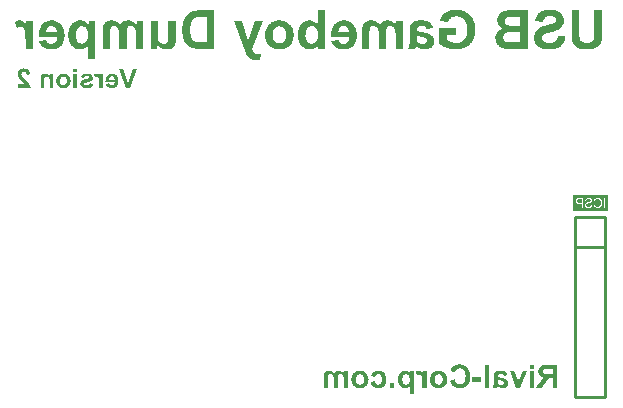
<source format=gbo>
%FSLAX24Y24*%
%MOIN*%
G70*
G01*
G75*
G04 Layer_Color=32896*
%ADD10R,0.0472X0.0551*%
%ADD11R,0.0551X0.0472*%
%ADD12O,0.0689X0.0217*%
%ADD13O,0.0217X0.0689*%
%ADD14R,0.0906X0.0197*%
%ADD15R,0.0984X0.0787*%
%ADD16R,0.0945X0.1339*%
%ADD17R,0.0945X0.0787*%
%ADD18C,0.0120*%
%ADD19C,0.0200*%
%ADD20C,0.0250*%
%ADD21C,0.0550*%
%ADD22C,0.0591*%
%ADD23R,0.0591X0.0591*%
%ADD24C,0.0472*%
%ADD25C,0.0240*%
%ADD26C,0.0500*%
%ADD27C,0.0100*%
%ADD28C,0.0236*%
%ADD29C,0.0098*%
%ADD30C,0.0079*%
%ADD31R,0.0552X0.0631*%
%ADD32R,0.0631X0.0552*%
%ADD33O,0.0769X0.0297*%
%ADD34O,0.0297X0.0769*%
%ADD35R,0.0986X0.0277*%
%ADD36R,0.1064X0.0867*%
%ADD37R,0.1025X0.1419*%
%ADD38R,0.1025X0.0867*%
%ADD39C,0.0630*%
%ADD40C,0.0671*%
%ADD41R,0.0671X0.0671*%
%ADD42C,0.0552*%
%ADD43C,0.0080*%
G36*
X26772Y34100D02*
X26633D01*
X26404Y34741D01*
X26541D01*
X26698Y34267D01*
X26860Y34741D01*
X27000D01*
X26772Y34100D01*
D02*
G37*
G36*
X23238Y34743D02*
X23253Y34742D01*
X23268Y34740D01*
X23281Y34737D01*
X23294Y34734D01*
X23306Y34730D01*
X23317Y34726D01*
X23326Y34722D01*
X23336Y34718D01*
X23344Y34714D01*
X23351Y34710D01*
X23356Y34706D01*
X23361Y34704D01*
X23364Y34701D01*
X23366Y34701D01*
X23366Y34700D01*
X23376Y34691D01*
X23386Y34681D01*
X23394Y34670D01*
X23401Y34658D01*
X23408Y34646D01*
X23413Y34634D01*
X23422Y34611D01*
X23426Y34599D01*
X23428Y34588D01*
X23431Y34579D01*
X23432Y34571D01*
X23433Y34564D01*
X23434Y34558D01*
X23435Y34555D01*
Y34554D01*
X23312Y34542D01*
X23310Y34561D01*
X23306Y34576D01*
X23302Y34590D01*
X23298Y34601D01*
X23294Y34609D01*
X23290Y34615D01*
X23287Y34618D01*
X23286Y34619D01*
X23277Y34626D01*
X23267Y34632D01*
X23257Y34636D01*
X23247Y34640D01*
X23239Y34641D01*
X23232Y34642D01*
X23226D01*
X23212Y34641D01*
X23200Y34639D01*
X23189Y34635D01*
X23181Y34631D01*
X23174Y34627D01*
X23169Y34623D01*
X23166Y34621D01*
X23165Y34620D01*
X23157Y34611D01*
X23152Y34601D01*
X23148Y34590D01*
X23145Y34580D01*
X23143Y34571D01*
X23142Y34563D01*
Y34558D01*
Y34557D01*
Y34556D01*
X23143Y34542D01*
X23147Y34529D01*
X23151Y34516D01*
X23155Y34505D01*
X23160Y34496D01*
X23164Y34488D01*
X23167Y34483D01*
X23168Y34482D01*
Y34482D01*
X23172Y34476D01*
X23178Y34469D01*
X23184Y34462D01*
X23192Y34453D01*
X23208Y34437D01*
X23226Y34419D01*
X23242Y34402D01*
X23250Y34396D01*
X23256Y34389D01*
X23262Y34384D01*
X23266Y34380D01*
X23269Y34377D01*
X23270Y34377D01*
X23288Y34359D01*
X23305Y34342D01*
X23321Y34327D01*
X23335Y34312D01*
X23347Y34298D01*
X23358Y34286D01*
X23368Y34274D01*
X23377Y34263D01*
X23385Y34254D01*
X23391Y34246D01*
X23396Y34239D01*
X23400Y34233D01*
X23403Y34228D01*
X23406Y34225D01*
X23406Y34223D01*
X23407Y34222D01*
X23419Y34201D01*
X23428Y34179D01*
X23436Y34158D01*
X23441Y34139D01*
X23443Y34131D01*
X23445Y34123D01*
X23446Y34117D01*
X23447Y34111D01*
X23448Y34107D01*
X23449Y34102D01*
Y34101D01*
Y34100D01*
X23019D01*
Y34214D01*
X23263D01*
X23256Y34226D01*
X23247Y34237D01*
X23244Y34241D01*
X23241Y34244D01*
X23239Y34247D01*
X23238Y34247D01*
X23235Y34251D01*
X23231Y34256D01*
X23220Y34266D01*
X23208Y34277D01*
X23196Y34289D01*
X23184Y34301D01*
X23174Y34310D01*
X23170Y34313D01*
X23167Y34316D01*
X23166Y34317D01*
X23165Y34318D01*
X23154Y34328D01*
X23145Y34337D01*
X23127Y34354D01*
X23114Y34368D01*
X23102Y34380D01*
X23094Y34389D01*
X23088Y34396D01*
X23085Y34399D01*
X23084Y34401D01*
X23072Y34417D01*
X23062Y34432D01*
X23054Y34445D01*
X23047Y34457D01*
X23042Y34467D01*
X23038Y34476D01*
X23036Y34481D01*
X23035Y34482D01*
Y34482D01*
X23030Y34497D01*
X23026Y34511D01*
X23023Y34526D01*
X23021Y34538D01*
X23020Y34549D01*
X23019Y34557D01*
Y34561D01*
Y34563D01*
Y34564D01*
Y34565D01*
X23020Y34579D01*
X23022Y34592D01*
X23024Y34605D01*
X23027Y34617D01*
X23037Y34639D01*
X23041Y34648D01*
X23046Y34657D01*
X23052Y34666D01*
X23056Y34672D01*
X23061Y34678D01*
X23065Y34683D01*
X23068Y34687D01*
X23071Y34690D01*
X23072Y34691D01*
X23073Y34692D01*
X23084Y34701D01*
X23095Y34709D01*
X23107Y34716D01*
X23119Y34722D01*
X23132Y34727D01*
X23144Y34731D01*
X23168Y34737D01*
X23179Y34740D01*
X23189Y34741D01*
X23199Y34742D01*
X23207Y34743D01*
X23213Y34744D01*
X23222D01*
X23238Y34743D01*
D02*
G37*
G36*
X26179Y34574D02*
X26196Y34572D01*
X26211Y34569D01*
X26225Y34565D01*
X26239Y34560D01*
X26252Y34554D01*
X26263Y34548D01*
X26274Y34542D01*
X26283Y34536D01*
X26291Y34530D01*
X26299Y34524D01*
X26304Y34519D01*
X26309Y34515D01*
X26313Y34511D01*
X26314Y34510D01*
X26315Y34509D01*
X26326Y34497D01*
X26335Y34482D01*
X26343Y34468D01*
X26350Y34453D01*
X26356Y34438D01*
X26360Y34423D01*
X26364Y34408D01*
X26368Y34394D01*
X26370Y34381D01*
X26372Y34368D01*
X26374Y34357D01*
X26374Y34347D01*
Y34339D01*
X26375Y34333D01*
Y34330D01*
Y34328D01*
X26374Y34311D01*
X26374Y34293D01*
X26371Y34277D01*
X26368Y34262D01*
X26364Y34248D01*
X26361Y34235D01*
X26357Y34223D01*
X26352Y34212D01*
X26348Y34202D01*
X26344Y34193D01*
X26340Y34186D01*
X26337Y34180D01*
X26334Y34175D01*
X26331Y34172D01*
X26330Y34169D01*
X26329Y34168D01*
X26318Y34154D01*
X26305Y34142D01*
X26292Y34132D01*
X26277Y34122D01*
X26263Y34115D01*
X26248Y34108D01*
X26233Y34103D01*
X26219Y34099D01*
X26205Y34096D01*
X26192Y34093D01*
X26181Y34092D01*
X26171Y34091D01*
X26163Y34090D01*
X26156Y34089D01*
X26151D01*
X26124Y34091D01*
X26099Y34095D01*
X26077Y34100D01*
X26068Y34103D01*
X26059Y34107D01*
X26050Y34110D01*
X26044Y34113D01*
X26038Y34116D01*
X26033Y34118D01*
X26029Y34121D01*
X26026Y34122D01*
X26025Y34124D01*
X26024D01*
X26006Y34138D01*
X25990Y34155D01*
X25978Y34172D01*
X25967Y34188D01*
X25959Y34203D01*
X25956Y34210D01*
X25953Y34216D01*
X25951Y34220D01*
X25950Y34223D01*
X25949Y34226D01*
Y34227D01*
X26071Y34247D01*
X26075Y34235D01*
X26080Y34224D01*
X26085Y34216D01*
X26090Y34208D01*
X26095Y34202D01*
X26099Y34199D01*
X26101Y34197D01*
X26102Y34196D01*
X26110Y34191D01*
X26118Y34187D01*
X26125Y34184D01*
X26133Y34182D01*
X26140Y34182D01*
X26145Y34181D01*
X26150D01*
X26165Y34182D01*
X26179Y34186D01*
X26190Y34190D01*
X26201Y34196D01*
X26209Y34202D01*
X26215Y34206D01*
X26219Y34209D01*
X26220Y34211D01*
X26229Y34223D01*
X26237Y34237D01*
X26242Y34252D01*
X26245Y34265D01*
X26248Y34277D01*
X26249Y34287D01*
X26249Y34292D01*
Y34294D01*
Y34296D01*
Y34297D01*
X25942D01*
Y34322D01*
X25944Y34346D01*
X25946Y34368D01*
X25950Y34389D01*
X25955Y34407D01*
X25959Y34425D01*
X25965Y34440D01*
X25970Y34454D01*
X25975Y34467D01*
X25980Y34477D01*
X25985Y34486D01*
X25990Y34493D01*
X25994Y34498D01*
X25997Y34502D01*
X25999Y34505D01*
X26000Y34506D01*
X26011Y34518D01*
X26024Y34528D01*
X26037Y34538D01*
X26050Y34546D01*
X26064Y34552D01*
X26078Y34558D01*
X26091Y34562D01*
X26104Y34566D01*
X26116Y34569D01*
X26127Y34571D01*
X26137Y34572D01*
X26145Y34574D01*
X26153D01*
X26158Y34575D01*
X26163D01*
X26179Y34574D01*
D02*
G37*
G36*
X24997Y34100D02*
X24874D01*
Y34564D01*
X24997D01*
Y34100D01*
D02*
G37*
G36*
X25639Y34574D02*
X25649Y34572D01*
X25657Y34570D01*
X25666Y34567D01*
X25671Y34564D01*
X25676Y34561D01*
X25680Y34560D01*
X25681Y34559D01*
X25690Y34552D01*
X25699Y34543D01*
X25707Y34533D01*
X25716Y34522D01*
X25722Y34513D01*
X25728Y34505D01*
X25731Y34502D01*
X25731Y34499D01*
X25733Y34498D01*
Y34564D01*
X25847D01*
Y34100D01*
X25725D01*
Y34243D01*
Y34265D01*
X25724Y34284D01*
Y34302D01*
X25723Y34317D01*
X25722Y34332D01*
X25721Y34344D01*
X25721Y34356D01*
X25720Y34365D01*
X25719Y34373D01*
X25718Y34381D01*
X25717Y34386D01*
X25716Y34391D01*
X25716Y34394D01*
X25715Y34397D01*
Y34398D01*
X25711Y34412D01*
X25706Y34422D01*
X25701Y34431D01*
X25697Y34438D01*
X25693Y34443D01*
X25690Y34447D01*
X25688Y34449D01*
X25687Y34450D01*
X25680Y34455D01*
X25672Y34458D01*
X25665Y34462D01*
X25658Y34463D01*
X25651Y34464D01*
X25646Y34465D01*
X25642D01*
X25632Y34464D01*
X25622Y34462D01*
X25612Y34458D01*
X25603Y34455D01*
X25596Y34451D01*
X25590Y34447D01*
X25586Y34445D01*
X25585Y34444D01*
X25546Y34551D01*
X25561Y34559D01*
X25576Y34565D01*
X25590Y34569D01*
X25602Y34572D01*
X25612Y34574D01*
X25621Y34575D01*
X25628D01*
X25639Y34574D01*
D02*
G37*
G36*
X33928Y36348D02*
X33962Y36345D01*
X33992Y36338D01*
X34020Y36330D01*
X34048Y36320D01*
X34073Y36308D01*
X34095Y36296D01*
X34117Y36285D01*
X34135Y36271D01*
X34152Y36260D01*
X34167Y36248D01*
X34178Y36238D01*
X34188Y36230D01*
X34195Y36223D01*
X34198Y36220D01*
X34200Y36218D01*
X34222Y36193D01*
X34240Y36165D01*
X34255Y36136D01*
X34270Y36106D01*
X34282Y36076D01*
X34290Y36046D01*
X34298Y36016D01*
X34305Y35988D01*
X34310Y35961D01*
X34313Y35936D01*
X34317Y35913D01*
X34318Y35895D01*
Y35878D01*
X34320Y35866D01*
Y35860D01*
Y35856D01*
X34318Y35821D01*
X34317Y35787D01*
X34312Y35755D01*
X34305Y35725D01*
X34298Y35697D01*
X34292Y35670D01*
X34283Y35647D01*
X34273Y35625D01*
X34265Y35605D01*
X34257Y35587D01*
X34250Y35572D01*
X34243Y35560D01*
X34237Y35550D01*
X34232Y35543D01*
X34230Y35538D01*
X34228Y35537D01*
X34205Y35508D01*
X34180Y35485D01*
X34153Y35463D01*
X34123Y35445D01*
X34095Y35430D01*
X34065Y35417D01*
X34035Y35407D01*
X34007Y35398D01*
X33980Y35392D01*
X33953Y35387D01*
X33932Y35383D01*
X33912Y35382D01*
X33895Y35380D01*
X33882Y35378D01*
X33872D01*
X33817Y35382D01*
X33767Y35390D01*
X33724Y35400D01*
X33705Y35407D01*
X33687Y35413D01*
X33670Y35420D01*
X33657Y35427D01*
X33645Y35432D01*
X33635Y35437D01*
X33627Y35442D01*
X33622Y35445D01*
X33619Y35448D01*
X33617D01*
X33582Y35477D01*
X33550Y35510D01*
X33525Y35543D01*
X33504Y35577D01*
X33487Y35607D01*
X33482Y35620D01*
X33475Y35632D01*
X33472Y35640D01*
X33469Y35647D01*
X33467Y35652D01*
Y35653D01*
X33712Y35695D01*
X33720Y35670D01*
X33730Y35648D01*
X33740Y35632D01*
X33750Y35617D01*
X33760Y35605D01*
X33767Y35598D01*
X33772Y35593D01*
X33773Y35592D01*
X33788Y35582D01*
X33805Y35575D01*
X33820Y35568D01*
X33835Y35565D01*
X33848Y35563D01*
X33858Y35562D01*
X33868D01*
X33898Y35565D01*
X33927Y35572D01*
X33950Y35580D01*
X33972Y35592D01*
X33988Y35603D01*
X34000Y35612D01*
X34007Y35618D01*
X34010Y35622D01*
X34028Y35647D01*
X34043Y35675D01*
X34053Y35703D01*
X34060Y35730D01*
X34065Y35755D01*
X34067Y35775D01*
X34068Y35783D01*
Y35788D01*
Y35792D01*
Y35793D01*
X33454D01*
Y35845D01*
X33457Y35891D01*
X33462Y35936D01*
X33469Y35978D01*
X33479Y36015D01*
X33487Y36050D01*
X33499Y36080D01*
X33509Y36108D01*
X33520Y36133D01*
X33530Y36153D01*
X33540Y36171D01*
X33550Y36186D01*
X33557Y36196D01*
X33564Y36205D01*
X33567Y36210D01*
X33569Y36211D01*
X33592Y36236D01*
X33617Y36256D01*
X33644Y36276D01*
X33670Y36291D01*
X33697Y36305D01*
X33725Y36316D01*
X33752Y36325D01*
X33777Y36333D01*
X33802Y36338D01*
X33823Y36343D01*
X33843Y36345D01*
X33860Y36348D01*
X33875D01*
X33885Y36350D01*
X33895D01*
X33928Y36348D01*
D02*
G37*
G36*
X24187D02*
X24221Y36345D01*
X24251Y36338D01*
X24279Y36330D01*
X24307Y36320D01*
X24332Y36308D01*
X24354Y36296D01*
X24376Y36285D01*
X24394Y36271D01*
X24411Y36260D01*
X24426Y36248D01*
X24437Y36238D01*
X24447Y36230D01*
X24454Y36223D01*
X24457Y36220D01*
X24459Y36218D01*
X24481Y36193D01*
X24499Y36165D01*
X24514Y36136D01*
X24529Y36106D01*
X24541Y36076D01*
X24549Y36046D01*
X24557Y36016D01*
X24564Y35988D01*
X24569Y35961D01*
X24572Y35936D01*
X24576Y35913D01*
X24577Y35895D01*
Y35878D01*
X24579Y35866D01*
Y35860D01*
Y35856D01*
X24577Y35821D01*
X24576Y35787D01*
X24571Y35755D01*
X24564Y35725D01*
X24557Y35697D01*
X24551Y35670D01*
X24542Y35647D01*
X24532Y35625D01*
X24524Y35605D01*
X24516Y35587D01*
X24509Y35572D01*
X24502Y35560D01*
X24496Y35550D01*
X24491Y35543D01*
X24489Y35538D01*
X24487Y35537D01*
X24464Y35508D01*
X24439Y35485D01*
X24412Y35463D01*
X24382Y35445D01*
X24354Y35430D01*
X24324Y35417D01*
X24294Y35407D01*
X24266Y35398D01*
X24239Y35392D01*
X24212Y35387D01*
X24191Y35383D01*
X24171Y35382D01*
X24154Y35380D01*
X24141Y35378D01*
X24131D01*
X24076Y35382D01*
X24026Y35390D01*
X23982Y35400D01*
X23964Y35407D01*
X23946Y35413D01*
X23929Y35420D01*
X23916Y35427D01*
X23904Y35432D01*
X23894Y35437D01*
X23886Y35442D01*
X23881Y35445D01*
X23877Y35448D01*
X23876D01*
X23841Y35477D01*
X23809Y35510D01*
X23784Y35543D01*
X23763Y35577D01*
X23746Y35607D01*
X23741Y35620D01*
X23734Y35632D01*
X23731Y35640D01*
X23728Y35647D01*
X23726Y35652D01*
Y35653D01*
X23971Y35695D01*
X23979Y35670D01*
X23989Y35648D01*
X23999Y35632D01*
X24009Y35617D01*
X24019Y35605D01*
X24026Y35598D01*
X24031Y35593D01*
X24032Y35592D01*
X24047Y35582D01*
X24064Y35575D01*
X24079Y35568D01*
X24094Y35565D01*
X24107Y35563D01*
X24117Y35562D01*
X24127D01*
X24157Y35565D01*
X24186Y35572D01*
X24209Y35580D01*
X24231Y35592D01*
X24247Y35603D01*
X24259Y35612D01*
X24266Y35618D01*
X24269Y35622D01*
X24287Y35647D01*
X24302Y35675D01*
X24312Y35703D01*
X24319Y35730D01*
X24324Y35755D01*
X24326Y35775D01*
X24327Y35783D01*
Y35788D01*
Y35792D01*
Y35793D01*
X23713D01*
Y35845D01*
X23716Y35891D01*
X23721Y35936D01*
X23728Y35978D01*
X23738Y36015D01*
X23746Y36050D01*
X23758Y36080D01*
X23767Y36108D01*
X23779Y36133D01*
X23789Y36153D01*
X23799Y36171D01*
X23809Y36186D01*
X23816Y36196D01*
X23822Y36205D01*
X23826Y36210D01*
X23827Y36211D01*
X23851Y36236D01*
X23876Y36256D01*
X23902Y36276D01*
X23929Y36291D01*
X23956Y36305D01*
X23984Y36316D01*
X24011Y36325D01*
X24036Y36333D01*
X24061Y36338D01*
X24082Y36343D01*
X24102Y36345D01*
X24119Y36348D01*
X24134D01*
X24144Y36350D01*
X24154D01*
X24187Y36348D01*
D02*
G37*
G36*
X28287Y35740D02*
X28286Y35693D01*
X28282Y35652D01*
X28277Y35617D01*
X28271Y35587D01*
X28266Y35563D01*
X28261Y35547D01*
X28259Y35542D01*
X28257Y35537D01*
X28256Y35535D01*
Y35533D01*
X28241Y35507D01*
X28226Y35485D01*
X28207Y35465D01*
X28189Y35448D01*
X28174Y35435D01*
X28161Y35427D01*
X28152Y35420D01*
X28149Y35418D01*
X28121Y35405D01*
X28091Y35395D01*
X28062Y35388D01*
X28037Y35383D01*
X28014Y35380D01*
X27996Y35378D01*
X27981D01*
X27947Y35380D01*
X27916Y35385D01*
X27886Y35392D01*
X27859Y35400D01*
X27838Y35407D01*
X27821Y35413D01*
X27816Y35417D01*
X27811Y35418D01*
X27809Y35420D01*
X27808D01*
X27778Y35438D01*
X27753Y35457D01*
X27729Y35477D01*
X27711Y35495D01*
X27694Y35512D01*
X27684Y35527D01*
X27676Y35535D01*
X27674Y35538D01*
Y35400D01*
X27446D01*
Y36328D01*
X27691D01*
Y35936D01*
Y35901D01*
Y35868D01*
X27693Y35840D01*
X27694Y35813D01*
X27696Y35790D01*
Y35770D01*
X27698Y35752D01*
X27699Y35737D01*
X27701Y35723D01*
X27703Y35712D01*
X27704Y35703D01*
X27706Y35697D01*
X27708Y35692D01*
Y35688D01*
X27709Y35685D01*
X27718Y35667D01*
X27728Y35650D01*
X27739Y35637D01*
X27751Y35623D01*
X27761Y35613D01*
X27769Y35607D01*
X27776Y35602D01*
X27778Y35600D01*
X27798Y35588D01*
X27816Y35580D01*
X27836Y35575D01*
X27853Y35572D01*
X27868Y35568D01*
X27881Y35567D01*
X27891D01*
X27909Y35568D01*
X27927Y35570D01*
X27942Y35575D01*
X27956Y35580D01*
X27966Y35583D01*
X27974Y35588D01*
X27979Y35590D01*
X27981Y35592D01*
X27992Y35602D01*
X28002Y35613D01*
X28011Y35625D01*
X28017Y35635D01*
X28022Y35645D01*
X28026Y35653D01*
X28029Y35658D01*
Y35660D01*
X28031Y35670D01*
X28034Y35683D01*
X28036Y35698D01*
X28037Y35717D01*
X28039Y35757D01*
X28041Y35798D01*
X28042Y35836D01*
Y35855D01*
Y35870D01*
Y35883D01*
Y35893D01*
Y35900D01*
Y35901D01*
Y36328D01*
X28287D01*
Y35740D01*
D02*
G37*
G36*
X24997Y34627D02*
X24874D01*
Y34741D01*
X24997D01*
Y34627D01*
D02*
G37*
G36*
X42700Y29995D02*
X41519D01*
Y30525D01*
X42700D01*
Y29995D01*
D02*
G37*
G36*
X36536Y36346D02*
X36566Y36343D01*
X36592Y36340D01*
X36616Y36335D01*
X36639Y36328D01*
X36659Y36323D01*
X36677Y36316D01*
X36692Y36310D01*
X36707Y36305D01*
X36719Y36298D01*
X36729Y36293D01*
X36736Y36290D01*
X36741Y36286D01*
X36744Y36283D01*
X36746D01*
X36777Y36256D01*
X36804Y36225D01*
X36827Y36191D01*
X36844Y36158D01*
X36857Y36130D01*
X36862Y36116D01*
X36867Y36105D01*
X36871Y36096D01*
X36872Y36090D01*
X36874Y36085D01*
Y36083D01*
X36652Y36043D01*
X36644Y36066D01*
X36634Y36085D01*
X36624Y36101D01*
X36616Y36113D01*
X36607Y36123D01*
X36601Y36130D01*
X36596Y36133D01*
X36594Y36135D01*
X36579Y36143D01*
X36562Y36150D01*
X36546Y36155D01*
X36529Y36158D01*
X36514Y36160D01*
X36502Y36161D01*
X36491D01*
X36457Y36160D01*
X36429Y36156D01*
X36406Y36151D01*
X36389Y36146D01*
X36376Y36140D01*
X36366Y36135D01*
X36361Y36131D01*
X36359Y36130D01*
X36347Y36116D01*
X36337Y36101D01*
X36331Y36085D01*
X36327Y36066D01*
X36324Y36051D01*
X36322Y36038D01*
Y36030D01*
Y36028D01*
Y36026D01*
Y36003D01*
X36336Y35998D01*
X36352Y35993D01*
X36369Y35986D01*
X36387Y35981D01*
X36427Y35971D01*
X36467Y35961D01*
X36504Y35953D01*
X36521Y35950D01*
X36534Y35946D01*
X36546Y35945D01*
X36554Y35943D01*
X36561Y35941D01*
X36562D01*
X36607Y35933D01*
X36646Y35923D01*
X36679Y35913D01*
X36707Y35905D01*
X36729Y35896D01*
X36744Y35890D01*
X36754Y35886D01*
X36757Y35885D01*
X36781Y35871D01*
X36802Y35856D01*
X36819Y35841D01*
X36834Y35826D01*
X36847Y35813D01*
X36856Y35802D01*
X36861Y35795D01*
X36862Y35792D01*
X36874Y35768D01*
X36884Y35743D01*
X36891Y35720D01*
X36894Y35698D01*
X36897Y35680D01*
X36899Y35665D01*
Y35655D01*
Y35653D01*
Y35652D01*
X36897Y35630D01*
X36896Y35610D01*
X36886Y35572D01*
X36872Y35537D01*
X36857Y35508D01*
X36842Y35487D01*
X36831Y35468D01*
X36824Y35463D01*
X36821Y35458D01*
X36819Y35457D01*
X36817Y35455D01*
X36801Y35442D01*
X36784Y35430D01*
X36747Y35410D01*
X36709Y35397D01*
X36672Y35388D01*
X36641Y35382D01*
X36626Y35380D01*
X36614D01*
X36604Y35378D01*
X36591D01*
X36561Y35380D01*
X36532Y35383D01*
X36507Y35388D01*
X36484Y35393D01*
X36466Y35398D01*
X36451Y35403D01*
X36442Y35407D01*
X36439Y35408D01*
X36412Y35422D01*
X36387Y35435D01*
X36364Y35450D01*
X36344Y35465D01*
X36327Y35478D01*
X36316Y35490D01*
X36307Y35497D01*
X36304Y35500D01*
X36301Y35493D01*
X36299Y35483D01*
X36296Y35475D01*
Y35473D01*
Y35472D01*
X36291Y35455D01*
X36286Y35440D01*
X36281Y35428D01*
X36277Y35418D01*
X36274Y35410D01*
X36272Y35405D01*
X36271Y35402D01*
Y35400D01*
X36028D01*
X36039Y35423D01*
X36049Y35447D01*
X36056Y35468D01*
X36063Y35487D01*
X36068Y35502D01*
X36071Y35513D01*
X36073Y35520D01*
Y35523D01*
X36076Y35548D01*
X36079Y35577D01*
X36081Y35607D01*
X36083Y35637D01*
X36084Y35663D01*
Y35675D01*
Y35685D01*
Y35693D01*
Y35700D01*
Y35703D01*
Y35705D01*
X36081Y35991D01*
Y36020D01*
X36083Y36046D01*
X36084Y36071D01*
X36086Y36093D01*
X36089Y36113D01*
X36091Y36131D01*
X36094Y36148D01*
X36098Y36161D01*
X36101Y36173D01*
X36104Y36185D01*
X36106Y36193D01*
X36109Y36200D01*
X36113Y36208D01*
X36114Y36211D01*
X36129Y36233D01*
X36146Y36251D01*
X36164Y36270D01*
X36183Y36283D01*
X36201Y36295D01*
X36214Y36303D01*
X36224Y36308D01*
X36226Y36310D01*
X36228D01*
X36244Y36316D01*
X36261Y36323D01*
X36299Y36333D01*
X36341Y36340D01*
X36379Y36345D01*
X36399Y36346D01*
X36416Y36348D01*
X36432D01*
X36446Y36350D01*
X36506D01*
X36536Y36346D01*
D02*
G37*
G36*
X26726Y36348D02*
X26756Y36343D01*
X26785Y36336D01*
X26811Y36326D01*
X26836Y36315D01*
X26860Y36303D01*
X26881Y36288D01*
X26901Y36275D01*
X26920Y36261D01*
X26936Y36248D01*
X26950Y36235D01*
X26961Y36223D01*
X26971Y36213D01*
X26978Y36206D01*
X26981Y36201D01*
X26983Y36200D01*
Y36328D01*
X27209D01*
Y35400D01*
X26965D01*
Y35850D01*
Y35875D01*
X26963Y35896D01*
Y35918D01*
X26961Y35936D01*
X26960Y35955D01*
X26958Y35970D01*
X26955Y35996D01*
X26951Y36016D01*
X26950Y36030D01*
X26946Y36038D01*
Y36041D01*
X26938Y36061D01*
X26928Y36080D01*
X26916Y36095D01*
X26906Y36108D01*
X26896Y36116D01*
X26888Y36125D01*
X26883Y36128D01*
X26881Y36130D01*
X26863Y36140D01*
X26845Y36148D01*
X26828Y36153D01*
X26811Y36158D01*
X26798Y36160D01*
X26788Y36161D01*
X26761D01*
X26746Y36158D01*
X26735Y36155D01*
X26723Y36151D01*
X26716Y36148D01*
X26710Y36145D01*
X26706Y36143D01*
X26705Y36141D01*
X26695Y36133D01*
X26686Y36123D01*
X26673Y36105D01*
X26668Y36095D01*
X26665Y36088D01*
X26663Y36083D01*
Y36081D01*
X26661Y36073D01*
X26658Y36063D01*
X26655Y36038D01*
X26653Y36010D01*
X26651Y35980D01*
X26650Y35953D01*
Y35941D01*
Y35930D01*
Y35921D01*
Y35915D01*
Y35910D01*
Y35908D01*
Y35400D01*
X26405D01*
Y35845D01*
Y35868D01*
X26403Y35891D01*
X26401Y35930D01*
X26398Y35963D01*
X26395Y35990D01*
X26391Y36010D01*
X26388Y36025D01*
X26385Y36033D01*
Y36036D01*
X26376Y36058D01*
X26366Y36076D01*
X26355Y36093D01*
X26345Y36106D01*
X26335Y36116D01*
X26326Y36123D01*
X26321Y36128D01*
X26320Y36130D01*
X26303Y36140D01*
X26286Y36148D01*
X26270Y36153D01*
X26255Y36158D01*
X26242Y36160D01*
X26232Y36161D01*
X26223D01*
X26198Y36160D01*
X26177Y36153D01*
X26158Y36145D01*
X26143Y36135D01*
X26133Y36125D01*
X26125Y36116D01*
X26120Y36110D01*
X26118Y36108D01*
X26113Y36100D01*
X26110Y36090D01*
X26103Y36063D01*
X26098Y36035D01*
X26095Y36005D01*
X26093Y35976D01*
X26092Y35963D01*
Y35951D01*
Y35943D01*
Y35936D01*
Y35931D01*
Y35930D01*
Y35400D01*
X25847D01*
Y35993D01*
Y36018D01*
X25848Y36040D01*
Y36060D01*
X25850Y36080D01*
X25855Y36113D01*
X25860Y36140D01*
X25865Y36160D01*
X25868Y36173D01*
X25872Y36181D01*
X25873Y36185D01*
X25888Y36213D01*
X25905Y36238D01*
X25922Y36260D01*
X25940Y36276D01*
X25955Y36291D01*
X25968Y36300D01*
X25977Y36306D01*
X25978Y36308D01*
X25980D01*
X26007Y36321D01*
X26037Y36331D01*
X26065Y36340D01*
X26092Y36345D01*
X26115Y36348D01*
X26135Y36350D01*
X26152D01*
X26182Y36348D01*
X26208Y36343D01*
X26235Y36338D01*
X26256Y36331D01*
X26276Y36323D01*
X26290Y36318D01*
X26300Y36313D01*
X26301Y36311D01*
X26303D01*
X26328Y36296D01*
X26353Y36278D01*
X26375Y36260D01*
X26395Y36243D01*
X26411Y36226D01*
X26425Y36213D01*
X26431Y36205D01*
X26435Y36203D01*
Y36201D01*
X26451Y36228D01*
X26470Y36250D01*
X26486Y36268D01*
X26503Y36285D01*
X26518Y36296D01*
X26530Y36305D01*
X26538Y36310D01*
X26541Y36311D01*
X26566Y36325D01*
X26593Y36333D01*
X26620Y36340D01*
X26643Y36345D01*
X26665Y36348D01*
X26681Y36350D01*
X26696D01*
X26726Y36348D01*
D02*
G37*
G36*
X37699Y36701D02*
X37730Y36698D01*
X37759Y36694D01*
X37785Y36689D01*
X37812Y36684D01*
X37834Y36678D01*
X37855Y36673D01*
X37875Y36666D01*
X37892Y36660D01*
X37905Y36655D01*
X37919Y36649D01*
X37927Y36646D01*
X37935Y36643D01*
X37938Y36639D01*
X37940D01*
X37970Y36623D01*
X37997Y36605D01*
X38023Y36586D01*
X38047Y36566D01*
X38068Y36546D01*
X38088Y36526D01*
X38107Y36508D01*
X38123Y36488D01*
X38138Y36470D01*
X38150Y36453D01*
X38160Y36438D01*
X38170Y36426D01*
X38177Y36415D01*
X38182Y36406D01*
X38183Y36401D01*
X38185Y36400D01*
X38200Y36370D01*
X38212Y36340D01*
X38223Y36310D01*
X38233Y36280D01*
X38248Y36220D01*
X38253Y36191D01*
X38258Y36165D01*
X38262Y36140D01*
X38263Y36116D01*
X38265Y36096D01*
X38267Y36078D01*
X38268Y36065D01*
Y36053D01*
Y36046D01*
Y36045D01*
X38267Y36010D01*
X38265Y35976D01*
X38257Y35913D01*
X38252Y35883D01*
X38245Y35855D01*
X38238Y35828D01*
X38230Y35803D01*
X38223Y35782D01*
X38217Y35762D01*
X38210Y35743D01*
X38205Y35730D01*
X38200Y35718D01*
X38197Y35708D01*
X38193Y35703D01*
Y35702D01*
X38178Y35673D01*
X38162Y35647D01*
X38145Y35622D01*
X38127Y35598D01*
X38108Y35577D01*
X38090Y35557D01*
X38072Y35538D01*
X38053Y35522D01*
X38037Y35508D01*
X38022Y35495D01*
X38007Y35485D01*
X37995Y35475D01*
X37983Y35468D01*
X37977Y35463D01*
X37972Y35462D01*
X37970Y35460D01*
X37942Y35445D01*
X37912Y35433D01*
X37882Y35422D01*
X37852Y35412D01*
X37794Y35397D01*
X37765Y35392D01*
X37739Y35387D01*
X37714Y35383D01*
X37690Y35382D01*
X37670Y35380D01*
X37652Y35378D01*
X37639Y35377D01*
X37619D01*
X37560Y35380D01*
X37504Y35387D01*
X37450Y35395D01*
X37425Y35402D01*
X37404Y35407D01*
X37382Y35412D01*
X37364Y35418D01*
X37347Y35423D01*
X37334Y35427D01*
X37322Y35432D01*
X37314Y35433D01*
X37309Y35437D01*
X37307D01*
X37279Y35448D01*
X37252Y35460D01*
X37227Y35472D01*
X37205Y35483D01*
X37184Y35495D01*
X37164Y35507D01*
X37147Y35518D01*
X37130Y35528D01*
X37117Y35538D01*
X37104Y35547D01*
X37094Y35555D01*
X37085Y35562D01*
X37079Y35567D01*
X37074Y35572D01*
X37072Y35573D01*
X37071Y35575D01*
Y36086D01*
X37629D01*
Y35870D01*
X37332D01*
Y35707D01*
X37355Y35690D01*
X37379Y35675D01*
X37404Y35663D01*
X37425Y35652D01*
X37445Y35642D01*
X37460Y35635D01*
X37470Y35632D01*
X37472Y35630D01*
X37474D01*
X37504Y35620D01*
X37534Y35612D01*
X37560Y35607D01*
X37585Y35602D01*
X37605Y35600D01*
X37622Y35598D01*
X37635D01*
X37665Y35600D01*
X37694Y35603D01*
X37720Y35608D01*
X37747Y35617D01*
X37770Y35625D01*
X37792Y35635D01*
X37812Y35645D01*
X37830Y35655D01*
X37847Y35665D01*
X37860Y35677D01*
X37874Y35685D01*
X37884Y35693D01*
X37892Y35702D01*
X37897Y35707D01*
X37900Y35710D01*
X37902Y35712D01*
X37920Y35735D01*
X37935Y35760D01*
X37948Y35787D01*
X37960Y35813D01*
X37968Y35841D01*
X37977Y35871D01*
X37988Y35926D01*
X37993Y35953D01*
X37997Y35976D01*
X37998Y35998D01*
X38000Y36018D01*
X38002Y36033D01*
Y36045D01*
Y36051D01*
Y36055D01*
X38000Y36093D01*
X37997Y36130D01*
X37992Y36163D01*
X37987Y36195D01*
X37978Y36223D01*
X37970Y36250D01*
X37962Y36273D01*
X37952Y36295D01*
X37942Y36313D01*
X37933Y36330D01*
X37925Y36343D01*
X37917Y36355D01*
X37912Y36363D01*
X37907Y36370D01*
X37904Y36373D01*
X37902Y36375D01*
X37882Y36393D01*
X37862Y36410D01*
X37840Y36425D01*
X37817Y36438D01*
X37795Y36448D01*
X37774Y36456D01*
X37730Y36470D01*
X37710Y36475D01*
X37692Y36478D01*
X37675Y36480D01*
X37662Y36481D01*
X37650Y36483D01*
X37634D01*
X37594Y36481D01*
X37557Y36475D01*
X37525Y36466D01*
X37497Y36456D01*
X37475Y36445D01*
X37460Y36436D01*
X37450Y36430D01*
X37447Y36428D01*
X37420Y36406D01*
X37399Y36381D01*
X37382Y36356D01*
X37367Y36333D01*
X37357Y36311D01*
X37349Y36295D01*
X37347Y36288D01*
X37345Y36285D01*
X37344Y36281D01*
Y36280D01*
X37087Y36328D01*
X37095Y36360D01*
X37105Y36390D01*
X37119Y36418D01*
X37130Y36445D01*
X37145Y36470D01*
X37160Y36491D01*
X37175Y36513D01*
X37189Y36531D01*
X37204Y36548D01*
X37217Y36563D01*
X37229Y36575D01*
X37240Y36585D01*
X37249Y36593D01*
X37255Y36598D01*
X37260Y36601D01*
X37262Y36603D01*
X37289Y36621D01*
X37317Y36636D01*
X37345Y36649D01*
X37377Y36661D01*
X37407Y36671D01*
X37439Y36679D01*
X37497Y36691D01*
X37525Y36696D01*
X37552Y36699D01*
X37574Y36701D01*
X37594Y36703D01*
X37610Y36704D01*
X37634D01*
X37699Y36701D01*
D02*
G37*
G36*
X30833Y35397D02*
X30841Y35368D01*
X30851Y35343D01*
X30863Y35322D01*
X30873Y35303D01*
X30881Y35288D01*
X30890Y35277D01*
X30895Y35270D01*
X30896Y35268D01*
X30913Y35252D01*
X30933Y35238D01*
X30955Y35230D01*
X30975Y35223D01*
X30995Y35220D01*
X31010Y35218D01*
X31020Y35217D01*
X31023D01*
X31058Y35218D01*
X31076Y35220D01*
X31091Y35223D01*
X31106Y35225D01*
X31116Y35227D01*
X31123Y35228D01*
X31126D01*
X31105Y35037D01*
X31055Y35028D01*
X31031Y35025D01*
X31010Y35023D01*
X30993D01*
X30978Y35022D01*
X30941D01*
X30918Y35023D01*
X30896Y35027D01*
X30878Y35030D01*
X30863Y35032D01*
X30851Y35035D01*
X30843Y35037D01*
X30841D01*
X30821Y35043D01*
X30803Y35050D01*
X30786Y35057D01*
X30773Y35063D01*
X30763Y35068D01*
X30755Y35073D01*
X30750Y35077D01*
X30748Y35078D01*
X30721Y35100D01*
X30710Y35112D01*
X30700Y35123D01*
X30691Y35133D01*
X30685Y35142D01*
X30681Y35147D01*
X30680Y35148D01*
X30668Y35167D01*
X30658Y35187D01*
X30646Y35207D01*
X30638Y35227D01*
X30630Y35243D01*
X30623Y35258D01*
X30620Y35268D01*
X30618Y35270D01*
Y35272D01*
X30558Y35433D01*
X30230Y36328D01*
X30485D01*
X30703Y35668D01*
X30925Y36328D01*
X31186D01*
X30833Y35397D01*
D02*
G37*
G36*
X42500Y35996D02*
Y35958D01*
X42498Y35921D01*
Y35886D01*
X42497Y35855D01*
X42493Y35825D01*
X42492Y35798D01*
X42490Y35775D01*
X42487Y35753D01*
X42485Y35733D01*
X42483Y35717D01*
X42480Y35703D01*
X42478Y35692D01*
X42477Y35682D01*
Y35675D01*
X42475Y35672D01*
Y35670D01*
X42467Y35643D01*
X42457Y35617D01*
X42445Y35593D01*
X42433Y35572D01*
X42422Y35553D01*
X42412Y35540D01*
X42405Y35532D01*
X42403Y35528D01*
X42382Y35503D01*
X42357Y35482D01*
X42332Y35463D01*
X42308Y35448D01*
X42287Y35435D01*
X42268Y35427D01*
X42262Y35423D01*
X42257Y35420D01*
X42255Y35418D01*
X42253D01*
X42235Y35412D01*
X42213Y35405D01*
X42170Y35395D01*
X42123Y35387D01*
X42078Y35382D01*
X42057Y35380D01*
X42037Y35378D01*
X42019D01*
X42004Y35377D01*
X41974D01*
X41919Y35378D01*
X41870Y35383D01*
X41829Y35388D01*
X41810Y35392D01*
X41794Y35397D01*
X41779Y35400D01*
X41765Y35403D01*
X41754Y35407D01*
X41744Y35408D01*
X41737Y35412D01*
X41732Y35413D01*
X41729Y35415D01*
X41727D01*
X41694Y35430D01*
X41664Y35447D01*
X41637Y35465D01*
X41617Y35482D01*
X41599Y35495D01*
X41587Y35508D01*
X41579Y35515D01*
X41577Y35518D01*
X41557Y35545D01*
X41540Y35572D01*
X41527Y35598D01*
X41517Y35625D01*
X41509Y35647D01*
X41504Y35665D01*
X41500Y35672D01*
Y35677D01*
X41499Y35678D01*
Y35680D01*
X41495Y35700D01*
X41492Y35722D01*
X41489Y35747D01*
X41485Y35772D01*
X41482Y35826D01*
X41480Y35880D01*
X41479Y35905D01*
Y35928D01*
X41477Y35950D01*
Y35970D01*
Y35985D01*
Y35996D01*
Y36003D01*
Y36006D01*
Y36681D01*
X41735D01*
Y35971D01*
Y35943D01*
Y35918D01*
X41737Y35895D01*
Y35873D01*
X41739Y35853D01*
Y35835D01*
X41740Y35820D01*
Y35805D01*
X41742Y35793D01*
X41744Y35782D01*
Y35773D01*
X41745Y35767D01*
X41747Y35757D01*
Y35753D01*
X41754Y35730D01*
X41762Y35708D01*
X41774Y35690D01*
X41785Y35673D01*
X41797Y35662D01*
X41807Y35652D01*
X41812Y35645D01*
X41815Y35643D01*
X41839Y35628D01*
X41865Y35617D01*
X41894Y35610D01*
X41920Y35603D01*
X41944Y35600D01*
X41964Y35598D01*
X41982D01*
X42020Y35600D01*
X42054Y35605D01*
X42084Y35613D01*
X42108Y35622D01*
X42128Y35630D01*
X42142Y35638D01*
X42150Y35643D01*
X42153Y35645D01*
X42175Y35665D01*
X42192Y35685D01*
X42207Y35707D01*
X42217Y35727D01*
X42225Y35745D01*
X42230Y35758D01*
X42232Y35768D01*
X42233Y35770D01*
Y35772D01*
X42235Y35782D01*
X42237Y35795D01*
Y35810D01*
X42238Y35825D01*
X42240Y35861D01*
Y35896D01*
X42242Y35931D01*
Y35946D01*
Y35960D01*
Y35971D01*
Y35980D01*
Y35985D01*
Y35986D01*
Y36681D01*
X42500D01*
Y35996D01*
D02*
G37*
G36*
X25344Y34574D02*
X25361Y34573D01*
X25376Y34571D01*
X25391Y34568D01*
X25404Y34565D01*
X25416Y34561D01*
X25427Y34558D01*
X25436Y34554D01*
X25446Y34550D01*
X25453Y34546D01*
X25459Y34543D01*
X25464Y34540D01*
X25468Y34537D01*
X25471Y34535D01*
X25472Y34534D01*
X25473Y34533D01*
X25481Y34526D01*
X25489Y34517D01*
X25495Y34509D01*
X25501Y34500D01*
X25505Y34492D01*
X25509Y34483D01*
X25515Y34467D01*
X25518Y34453D01*
X25519Y34447D01*
X25520Y34442D01*
X25521Y34437D01*
Y34434D01*
Y34432D01*
Y34432D01*
X25520Y34419D01*
X25518Y34408D01*
X25516Y34397D01*
X25512Y34387D01*
X25503Y34369D01*
X25493Y34354D01*
X25483Y34342D01*
X25478Y34337D01*
X25474Y34333D01*
X25471Y34331D01*
X25468Y34328D01*
X25466Y34327D01*
X25466Y34327D01*
X25457Y34322D01*
X25446Y34317D01*
X25434Y34312D01*
X25420Y34306D01*
X25405Y34301D01*
X25389Y34296D01*
X25356Y34287D01*
X25341Y34282D01*
X25326Y34278D01*
X25313Y34275D01*
X25302Y34272D01*
X25292Y34270D01*
X25284Y34268D01*
X25279Y34267D01*
X25277D01*
X25267Y34264D01*
X25257Y34261D01*
X25251Y34258D01*
X25245Y34256D01*
X25241Y34254D01*
X25238Y34252D01*
X25237Y34251D01*
X25237D01*
X25233Y34247D01*
X25232Y34243D01*
X25228Y34236D01*
Y34232D01*
X25227Y34230D01*
Y34228D01*
Y34227D01*
X25228Y34220D01*
X25230Y34213D01*
X25232Y34208D01*
X25236Y34203D01*
X25239Y34200D01*
X25242Y34197D01*
X25243Y34196D01*
X25244Y34195D01*
X25254Y34189D01*
X25266Y34185D01*
X25277Y34182D01*
X25289Y34180D01*
X25299Y34178D01*
X25308Y34177D01*
X25316D01*
X25331Y34178D01*
X25345Y34180D01*
X25356Y34183D01*
X25366Y34187D01*
X25373Y34190D01*
X25379Y34193D01*
X25382Y34195D01*
X25383Y34196D01*
X25391Y34203D01*
X25398Y34212D01*
X25403Y34221D01*
X25407Y34230D01*
X25411Y34237D01*
X25412Y34244D01*
X25414Y34248D01*
Y34250D01*
X25537Y34231D01*
X25534Y34219D01*
X25530Y34207D01*
X25519Y34187D01*
X25507Y34169D01*
X25495Y34154D01*
X25484Y34142D01*
X25479Y34137D01*
X25475Y34133D01*
X25471Y34131D01*
X25468Y34128D01*
X25466Y34127D01*
X25466Y34127D01*
X25455Y34120D01*
X25443Y34114D01*
X25419Y34105D01*
X25394Y34098D01*
X25370Y34094D01*
X25359Y34093D01*
X25348Y34091D01*
X25339Y34090D01*
X25331D01*
X25325Y34089D01*
X25316D01*
X25297Y34090D01*
X25279Y34091D01*
X25262Y34093D01*
X25247Y34097D01*
X25232Y34100D01*
X25219Y34103D01*
X25207Y34107D01*
X25197Y34112D01*
X25188Y34117D01*
X25180Y34121D01*
X25173Y34124D01*
X25167Y34127D01*
X25163Y34131D01*
X25160Y34133D01*
X25158Y34134D01*
X25157Y34135D01*
X25148Y34144D01*
X25140Y34152D01*
X25132Y34162D01*
X25127Y34172D01*
X25122Y34181D01*
X25117Y34190D01*
X25111Y34207D01*
X25107Y34222D01*
X25106Y34228D01*
X25105Y34233D01*
X25104Y34238D01*
Y34242D01*
Y34243D01*
Y34244D01*
Y34255D01*
X25106Y34265D01*
X25110Y34283D01*
X25117Y34299D01*
X25123Y34312D01*
X25131Y34322D01*
X25137Y34330D01*
X25142Y34334D01*
X25142Y34336D01*
X25143D01*
X25151Y34342D01*
X25160Y34347D01*
X25170Y34353D01*
X25181Y34358D01*
X25203Y34367D01*
X25226Y34376D01*
X25237Y34379D01*
X25247Y34382D01*
X25256Y34385D01*
X25264Y34387D01*
X25271Y34388D01*
X25276Y34390D01*
X25279Y34391D01*
X25280D01*
X25297Y34395D01*
X25313Y34399D01*
X25327Y34402D01*
X25339Y34406D01*
X25350Y34409D01*
X25359Y34412D01*
X25367Y34414D01*
X25374Y34417D01*
X25380Y34418D01*
X25384Y34420D01*
X25388Y34422D01*
X25391Y34422D01*
X25394Y34424D01*
X25395Y34425D01*
X25399Y34428D01*
X25401Y34432D01*
X25405Y34440D01*
X25406Y34442D01*
X25406Y34445D01*
Y34447D01*
Y34447D01*
X25406Y34453D01*
X25404Y34458D01*
X25400Y34466D01*
X25395Y34471D01*
X25394Y34472D01*
X25393D01*
X25384Y34477D01*
X25373Y34481D01*
X25361Y34483D01*
X25351Y34485D01*
X25340Y34486D01*
X25331Y34487D01*
X25323D01*
X25310Y34486D01*
X25297Y34484D01*
X25287Y34482D01*
X25279Y34479D01*
X25272Y34477D01*
X25268Y34474D01*
X25265Y34472D01*
X25264Y34472D01*
X25257Y34466D01*
X25251Y34459D01*
X25246Y34452D01*
X25242Y34446D01*
X25239Y34440D01*
X25237Y34435D01*
X25236Y34432D01*
Y34431D01*
X25120Y34452D01*
X25127Y34473D01*
X25137Y34492D01*
X25148Y34507D01*
X25158Y34521D01*
X25168Y34531D01*
X25177Y34537D01*
X25180Y34540D01*
X25182Y34541D01*
X25183Y34543D01*
X25184D01*
X25193Y34549D01*
X25203Y34554D01*
X25226Y34561D01*
X25249Y34567D01*
X25272Y34571D01*
X25283Y34572D01*
X25293Y34573D01*
X25302Y34574D01*
X25310D01*
X25317Y34575D01*
X25326D01*
X25344Y34574D01*
D02*
G37*
G36*
X23953D02*
X23970Y34571D01*
X23985Y34567D01*
X24000Y34562D01*
X24013Y34556D01*
X24025Y34550D01*
X24037Y34542D01*
X24048Y34536D01*
X24057Y34528D01*
X24065Y34521D01*
X24073Y34514D01*
X24079Y34508D01*
X24084Y34503D01*
X24087Y34499D01*
X24089Y34497D01*
X24090Y34496D01*
Y34564D01*
X24204D01*
Y34100D01*
X24081D01*
Y34310D01*
Y34324D01*
X24080Y34337D01*
Y34348D01*
X24079Y34359D01*
X24079Y34369D01*
X24078Y34377D01*
X24077Y34386D01*
X24076Y34392D01*
X24075Y34398D01*
X24074Y34403D01*
Y34407D01*
X24074Y34411D01*
X24072Y34415D01*
Y34417D01*
X24068Y34427D01*
X24063Y34437D01*
X24057Y34444D01*
X24051Y34451D01*
X24045Y34457D01*
X24041Y34460D01*
X24038Y34462D01*
X24037Y34463D01*
X24027Y34469D01*
X24017Y34473D01*
X24008Y34477D01*
X23999Y34478D01*
X23991Y34480D01*
X23985Y34481D01*
X23980D01*
X23970Y34480D01*
X23962Y34479D01*
X23955Y34477D01*
X23948Y34475D01*
X23943Y34472D01*
X23940Y34470D01*
X23937Y34469D01*
X23936Y34468D01*
X23930Y34463D01*
X23925Y34457D01*
X23920Y34452D01*
X23917Y34446D01*
X23914Y34441D01*
X23912Y34437D01*
X23910Y34434D01*
Y34433D01*
X23909Y34428D01*
X23908Y34423D01*
X23906Y34417D01*
X23905Y34409D01*
X23904Y34393D01*
X23903Y34377D01*
X23902Y34362D01*
Y34355D01*
Y34349D01*
Y34344D01*
Y34340D01*
Y34337D01*
Y34337D01*
Y34100D01*
X23780D01*
Y34388D01*
Y34407D01*
X23780Y34424D01*
X23782Y34437D01*
X23783Y34450D01*
X23785Y34459D01*
X23786Y34466D01*
X23787Y34469D01*
Y34471D01*
X23790Y34482D01*
X23794Y34491D01*
X23798Y34500D01*
X23801Y34507D01*
X23805Y34514D01*
X23809Y34518D01*
X23810Y34522D01*
X23811Y34522D01*
X23818Y34531D01*
X23826Y34537D01*
X23835Y34544D01*
X23843Y34550D01*
X23850Y34554D01*
X23856Y34557D01*
X23860Y34559D01*
X23862Y34560D01*
X23875Y34565D01*
X23888Y34568D01*
X23900Y34571D01*
X23911Y34573D01*
X23921Y34574D01*
X23930Y34575D01*
X23936D01*
X23953Y34574D01*
D02*
G37*
G36*
X24563Y34573D02*
X24586Y34570D01*
X24607Y34565D01*
X24625Y34560D01*
X24633Y34556D01*
X24640Y34554D01*
X24647Y34551D01*
X24652Y34549D01*
X24656Y34546D01*
X24659Y34546D01*
X24661Y34544D01*
X24662D01*
X24681Y34531D01*
X24698Y34517D01*
X24713Y34503D01*
X24725Y34489D01*
X24734Y34477D01*
X24738Y34471D01*
X24741Y34466D01*
X24743Y34462D01*
X24745Y34459D01*
X24747Y34457D01*
Y34457D01*
X24757Y34435D01*
X24764Y34414D01*
X24769Y34394D01*
X24773Y34376D01*
X24774Y34368D01*
X24775Y34361D01*
X24776Y34354D01*
Y34349D01*
X24777Y34344D01*
Y34341D01*
Y34339D01*
Y34338D01*
X24775Y34309D01*
X24772Y34283D01*
X24770Y34272D01*
X24768Y34260D01*
X24764Y34250D01*
X24762Y34241D01*
X24759Y34232D01*
X24756Y34224D01*
X24753Y34218D01*
X24752Y34212D01*
X24749Y34208D01*
X24748Y34205D01*
X24747Y34203D01*
Y34202D01*
X24734Y34182D01*
X24720Y34166D01*
X24706Y34151D01*
X24692Y34139D01*
X24679Y34130D01*
X24673Y34126D01*
X24668Y34123D01*
X24665Y34121D01*
X24662Y34119D01*
X24660Y34117D01*
X24659D01*
X24638Y34108D01*
X24615Y34101D01*
X24595Y34096D01*
X24576Y34093D01*
X24568Y34092D01*
X24560Y34091D01*
X24553Y34090D01*
X24548D01*
X24543Y34089D01*
X24537D01*
X24518Y34090D01*
X24500Y34093D01*
X24483Y34096D01*
X24467Y34100D01*
X24452Y34105D01*
X24438Y34111D01*
X24425Y34117D01*
X24413Y34124D01*
X24403Y34130D01*
X24393Y34137D01*
X24385Y34142D01*
X24379Y34147D01*
X24373Y34152D01*
X24369Y34155D01*
X24367Y34157D01*
X24366Y34158D01*
X24354Y34172D01*
X24344Y34186D01*
X24334Y34200D01*
X24327Y34215D01*
X24320Y34230D01*
X24314Y34244D01*
X24310Y34258D01*
X24306Y34272D01*
X24304Y34284D01*
X24301Y34296D01*
X24299Y34307D01*
X24299Y34316D01*
Y34323D01*
X24298Y34328D01*
Y34332D01*
Y34333D01*
X24299Y34352D01*
X24300Y34371D01*
X24304Y34388D01*
X24309Y34404D01*
X24314Y34419D01*
X24319Y34433D01*
X24325Y34447D01*
X24331Y34458D01*
X24338Y34469D01*
X24344Y34478D01*
X24349Y34487D01*
X24354Y34493D01*
X24359Y34499D01*
X24362Y34502D01*
X24364Y34505D01*
X24365Y34506D01*
X24379Y34518D01*
X24392Y34528D01*
X24406Y34538D01*
X24421Y34546D01*
X24435Y34552D01*
X24449Y34558D01*
X24464Y34562D01*
X24477Y34566D01*
X24490Y34569D01*
X24502Y34571D01*
X24512Y34572D01*
X24521Y34574D01*
X24528D01*
X24533Y34575D01*
X24538D01*
X24563Y34573D01*
D02*
G37*
G36*
X35375Y36348D02*
X35405Y36343D01*
X35433Y36336D01*
X35459Y36326D01*
X35484Y36315D01*
X35508Y36303D01*
X35529Y36288D01*
X35549Y36275D01*
X35568Y36261D01*
X35584Y36248D01*
X35598Y36235D01*
X35609Y36223D01*
X35619Y36213D01*
X35626Y36206D01*
X35629Y36201D01*
X35631Y36200D01*
Y36328D01*
X35858D01*
Y35400D01*
X35613D01*
Y35850D01*
Y35875D01*
X35611Y35896D01*
Y35918D01*
X35609Y35936D01*
X35608Y35955D01*
X35606Y35970D01*
X35603Y35996D01*
X35599Y36016D01*
X35598Y36030D01*
X35594Y36038D01*
Y36041D01*
X35586Y36061D01*
X35576Y36080D01*
X35564Y36095D01*
X35554Y36108D01*
X35544Y36116D01*
X35536Y36125D01*
X35531Y36128D01*
X35529Y36130D01*
X35511Y36140D01*
X35493Y36148D01*
X35476Y36153D01*
X35459Y36158D01*
X35446Y36160D01*
X35436Y36161D01*
X35410D01*
X35395Y36158D01*
X35383Y36155D01*
X35371Y36151D01*
X35365Y36148D01*
X35358Y36145D01*
X35355Y36143D01*
X35353Y36141D01*
X35343Y36133D01*
X35335Y36123D01*
X35321Y36105D01*
X35316Y36095D01*
X35313Y36088D01*
X35311Y36083D01*
Y36081D01*
X35310Y36073D01*
X35306Y36063D01*
X35303Y36038D01*
X35301Y36010D01*
X35300Y35980D01*
X35298Y35953D01*
Y35941D01*
Y35930D01*
Y35921D01*
Y35915D01*
Y35910D01*
Y35908D01*
Y35400D01*
X35053D01*
Y35845D01*
Y35868D01*
X35051Y35891D01*
X35050Y35930D01*
X35046Y35963D01*
X35043Y35990D01*
X35040Y36010D01*
X35036Y36025D01*
X35033Y36033D01*
Y36036D01*
X35025Y36058D01*
X35015Y36076D01*
X35003Y36093D01*
X34993Y36106D01*
X34983Y36116D01*
X34975Y36123D01*
X34970Y36128D01*
X34968Y36130D01*
X34951Y36140D01*
X34935Y36148D01*
X34918Y36153D01*
X34903Y36158D01*
X34890Y36160D01*
X34880Y36161D01*
X34871D01*
X34846Y36160D01*
X34825Y36153D01*
X34806Y36145D01*
X34791Y36135D01*
X34781Y36125D01*
X34773Y36116D01*
X34768Y36110D01*
X34766Y36108D01*
X34761Y36100D01*
X34758Y36090D01*
X34751Y36063D01*
X34746Y36035D01*
X34743Y36005D01*
X34741Y35976D01*
X34740Y35963D01*
Y35951D01*
Y35943D01*
Y35936D01*
Y35931D01*
Y35930D01*
Y35400D01*
X34495D01*
Y35993D01*
Y36018D01*
X34497Y36040D01*
Y36060D01*
X34498Y36080D01*
X34503Y36113D01*
X34508Y36140D01*
X34513Y36160D01*
X34517Y36173D01*
X34520Y36181D01*
X34522Y36185D01*
X34537Y36213D01*
X34553Y36238D01*
X34570Y36260D01*
X34588Y36276D01*
X34603Y36291D01*
X34616Y36300D01*
X34625Y36306D01*
X34626Y36308D01*
X34628D01*
X34655Y36321D01*
X34685Y36331D01*
X34713Y36340D01*
X34740Y36345D01*
X34763Y36348D01*
X34783Y36350D01*
X34800D01*
X34830Y36348D01*
X34856Y36343D01*
X34883Y36338D01*
X34905Y36331D01*
X34925Y36323D01*
X34938Y36318D01*
X34948Y36313D01*
X34950Y36311D01*
X34951D01*
X34976Y36296D01*
X35001Y36278D01*
X35023Y36260D01*
X35043Y36243D01*
X35060Y36226D01*
X35073Y36213D01*
X35080Y36205D01*
X35083Y36203D01*
Y36201D01*
X35100Y36228D01*
X35118Y36250D01*
X35135Y36268D01*
X35151Y36285D01*
X35166Y36296D01*
X35178Y36305D01*
X35186Y36310D01*
X35190Y36311D01*
X35215Y36325D01*
X35241Y36333D01*
X35268Y36340D01*
X35291Y36345D01*
X35313Y36348D01*
X35330Y36350D01*
X35345D01*
X35375Y36348D01*
D02*
G37*
G36*
X33264Y35400D02*
X33035D01*
Y35535D01*
X33014Y35508D01*
X32992Y35485D01*
X32969Y35465D01*
X32949Y35448D01*
X32931Y35435D01*
X32917Y35427D01*
X32907Y35420D01*
X32904Y35418D01*
X32874Y35405D01*
X32846Y35395D01*
X32819Y35388D01*
X32796Y35383D01*
X32776Y35380D01*
X32759Y35378D01*
X32746D01*
X32716Y35380D01*
X32687Y35383D01*
X32661Y35390D01*
X32634Y35398D01*
X32611Y35408D01*
X32587Y35418D01*
X32567Y35430D01*
X32547Y35443D01*
X32531Y35455D01*
X32516Y35467D01*
X32502Y35477D01*
X32491Y35487D01*
X32482Y35495D01*
X32476Y35502D01*
X32472Y35505D01*
X32471Y35507D01*
X32451Y35532D01*
X32434Y35560D01*
X32417Y35588D01*
X32406Y35618D01*
X32394Y35648D01*
X32386Y35678D01*
X32371Y35738D01*
X32367Y35765D01*
X32364Y35792D01*
X32361Y35815D01*
X32359Y35833D01*
X32357Y35850D01*
Y35863D01*
Y35870D01*
Y35873D01*
X32359Y35915D01*
X32362Y35955D01*
X32367Y35991D01*
X32374Y36025D01*
X32384Y36056D01*
X32392Y36086D01*
X32402Y36113D01*
X32412Y36136D01*
X32424Y36156D01*
X32434Y36175D01*
X32442Y36191D01*
X32451Y36203D01*
X32459Y36213D01*
X32464Y36221D01*
X32467Y36225D01*
X32469Y36226D01*
X32491Y36248D01*
X32512Y36266D01*
X32536Y36283D01*
X32561Y36298D01*
X32584Y36310D01*
X32607Y36320D01*
X32631Y36328D01*
X32652Y36335D01*
X32672Y36340D01*
X32691Y36343D01*
X32707Y36346D01*
X32722Y36348D01*
X32734Y36350D01*
X32751D01*
X32779Y36348D01*
X32807Y36345D01*
X32832Y36338D01*
X32857Y36330D01*
X32904Y36308D01*
X32924Y36296D01*
X32942Y36285D01*
X32960Y36273D01*
X32975Y36261D01*
X32987Y36250D01*
X32999Y36240D01*
X33007Y36231D01*
X33014Y36225D01*
X33017Y36221D01*
X33019Y36220D01*
Y36681D01*
X33264D01*
Y35400D01*
D02*
G37*
G36*
X40011D02*
X39531D01*
X39491Y35402D01*
X39423D01*
X39395Y35403D01*
X39346D01*
X39328Y35405D01*
X39311D01*
X39298Y35407D01*
X39278D01*
X39271Y35408D01*
X39265D01*
X39228Y35415D01*
X39195Y35423D01*
X39165Y35432D01*
X39140Y35443D01*
X39120Y35452D01*
X39103Y35460D01*
X39095Y35467D01*
X39091Y35468D01*
X39066Y35488D01*
X39043Y35510D01*
X39025Y35532D01*
X39008Y35553D01*
X38996Y35572D01*
X38986Y35587D01*
X38981Y35597D01*
X38980Y35598D01*
Y35600D01*
X38966Y35632D01*
X38956Y35662D01*
X38948Y35690D01*
X38943Y35717D01*
X38940Y35738D01*
X38938Y35755D01*
Y35762D01*
Y35767D01*
Y35768D01*
Y35770D01*
X38941Y35810D01*
X38948Y35846D01*
X38958Y35880D01*
X38970Y35908D01*
X38981Y35931D01*
X38991Y35948D01*
X38995Y35955D01*
X38998Y35960D01*
X39001Y35961D01*
Y35963D01*
X39028Y35991D01*
X39056Y36016D01*
X39086Y36036D01*
X39115Y36051D01*
X39141Y36065D01*
X39153Y36070D01*
X39161Y36073D01*
X39170Y36076D01*
X39176Y36078D01*
X39180Y36080D01*
X39181D01*
X39151Y36096D01*
X39126Y36113D01*
X39103Y36133D01*
X39085Y36151D01*
X39070Y36168D01*
X39058Y36181D01*
X39051Y36190D01*
X39050Y36193D01*
X39033Y36221D01*
X39021Y36250D01*
X39013Y36278D01*
X39008Y36303D01*
X39003Y36326D01*
X39001Y36343D01*
Y36350D01*
Y36355D01*
Y36356D01*
Y36358D01*
X39003Y36388D01*
X39008Y36416D01*
X39015Y36441D01*
X39021Y36465D01*
X39028Y36483D01*
X39035Y36496D01*
X39040Y36505D01*
X39041Y36508D01*
X39056Y36531D01*
X39073Y36553D01*
X39090Y36571D01*
X39105Y36586D01*
X39120Y36598D01*
X39130Y36608D01*
X39136Y36613D01*
X39140Y36615D01*
X39161Y36628D01*
X39185Y36639D01*
X39208Y36649D01*
X39228Y36656D01*
X39246Y36661D01*
X39260Y36664D01*
X39270Y36668D01*
X39273D01*
X39288Y36669D01*
X39305Y36673D01*
X39340Y36676D01*
X39378Y36678D01*
X39415Y36679D01*
X39448Y36681D01*
X40011D01*
Y35400D01*
D02*
G37*
G36*
X40812Y36703D02*
X40861Y36698D01*
X40902Y36689D01*
X40922Y36686D01*
X40939Y36683D01*
X40956Y36678D01*
X40969Y36674D01*
X40982Y36669D01*
X40992Y36666D01*
X41001Y36664D01*
X41006Y36661D01*
X41009Y36660D01*
X41011D01*
X41047Y36641D01*
X41079Y36620D01*
X41106Y36598D01*
X41129Y36576D01*
X41146Y36558D01*
X41159Y36543D01*
X41166Y36531D01*
X41169Y36530D01*
Y36528D01*
X41187Y36496D01*
X41201Y36463D01*
X41211Y36433D01*
X41217Y36405D01*
X41221Y36381D01*
X41222Y36363D01*
X41224Y36356D01*
Y36351D01*
Y36348D01*
Y36346D01*
X41222Y36318D01*
X41219Y36291D01*
X41214Y36265D01*
X41206Y36241D01*
X41187Y36196D01*
X41176Y36176D01*
X41166Y36160D01*
X41154Y36143D01*
X41144Y36128D01*
X41134Y36116D01*
X41126Y36105D01*
X41117Y36098D01*
X41112Y36091D01*
X41109Y36088D01*
X41107Y36086D01*
X41091Y36073D01*
X41071Y36060D01*
X41049Y36046D01*
X41027Y36035D01*
X40979Y36013D01*
X40931Y35995D01*
X40907Y35986D01*
X40886Y35980D01*
X40866Y35975D01*
X40849Y35970D01*
X40836Y35965D01*
X40824Y35961D01*
X40817Y35960D01*
X40816D01*
X40787Y35953D01*
X40761Y35946D01*
X40737Y35940D01*
X40716Y35935D01*
X40696Y35930D01*
X40679Y35925D01*
X40664Y35920D01*
X40652Y35916D01*
X40641Y35913D01*
X40632Y35910D01*
X40624Y35908D01*
X40619Y35906D01*
X40611Y35905D01*
X40609Y35903D01*
X40586Y35895D01*
X40566Y35885D01*
X40551Y35875D01*
X40537Y35866D01*
X40527Y35860D01*
X40521Y35853D01*
X40517Y35850D01*
X40516Y35848D01*
X40507Y35836D01*
X40501Y35823D01*
X40496Y35810D01*
X40492Y35797D01*
X40491Y35787D01*
X40489Y35778D01*
Y35772D01*
Y35770D01*
X40492Y35745D01*
X40499Y35722D01*
X40509Y35700D01*
X40521Y35682D01*
X40534Y35667D01*
X40544Y35657D01*
X40551Y35648D01*
X40554Y35647D01*
X40581Y35630D01*
X40611Y35617D01*
X40641Y35608D01*
X40672Y35602D01*
X40699Y35598D01*
X40711Y35597D01*
X40722D01*
X40731Y35595D01*
X40742D01*
X40784Y35598D01*
X40821Y35605D01*
X40852Y35613D01*
X40879Y35625D01*
X40901Y35635D01*
X40916Y35645D01*
X40926Y35652D01*
X40929Y35653D01*
X40952Y35678D01*
X40972Y35708D01*
X40989Y35738D01*
X41001Y35770D01*
X41011Y35797D01*
X41014Y35808D01*
X41016Y35820D01*
X41017Y35828D01*
X41019Y35835D01*
X41021Y35838D01*
Y35840D01*
X41272Y35815D01*
X41265Y35777D01*
X41259Y35740D01*
X41249Y35705D01*
X41237Y35673D01*
X41226Y35643D01*
X41212Y35617D01*
X41199Y35593D01*
X41186Y35572D01*
X41172Y35552D01*
X41159Y35535D01*
X41149Y35522D01*
X41137Y35510D01*
X41129Y35500D01*
X41122Y35493D01*
X41119Y35490D01*
X41117Y35488D01*
X41092Y35468D01*
X41064Y35452D01*
X41034Y35437D01*
X41004Y35423D01*
X40972Y35413D01*
X40942Y35403D01*
X40882Y35390D01*
X40854Y35387D01*
X40827Y35383D01*
X40804Y35380D01*
X40784Y35378D01*
X40767Y35377D01*
X40744D01*
X40684Y35378D01*
X40631Y35383D01*
X40606Y35388D01*
X40582Y35392D01*
X40562Y35395D01*
X40542Y35400D01*
X40526Y35405D01*
X40509Y35408D01*
X40497Y35413D01*
X40486Y35417D01*
X40477Y35418D01*
X40471Y35422D01*
X40467Y35423D01*
X40466D01*
X40426Y35443D01*
X40391Y35465D01*
X40363Y35488D01*
X40338Y35512D01*
X40318Y35533D01*
X40304Y35550D01*
X40299Y35557D01*
X40296Y35562D01*
X40293Y35563D01*
Y35565D01*
X40273Y35602D01*
X40258Y35638D01*
X40246Y35673D01*
X40239Y35705D01*
X40234Y35733D01*
X40233Y35745D01*
Y35755D01*
X40231Y35762D01*
Y35768D01*
Y35772D01*
Y35773D01*
X40233Y35817D01*
X40239Y35856D01*
X40248Y35891D01*
X40256Y35920D01*
X40266Y35945D01*
X40271Y35953D01*
X40274Y35961D01*
X40278Y35968D01*
X40281Y35973D01*
X40283Y35975D01*
Y35976D01*
X40304Y36006D01*
X40326Y36031D01*
X40349Y36055D01*
X40373Y36073D01*
X40393Y36088D01*
X40409Y36100D01*
X40416Y36103D01*
X40421Y36106D01*
X40423Y36108D01*
X40424D01*
X40442Y36116D01*
X40462Y36126D01*
X40506Y36143D01*
X40552Y36158D01*
X40597Y36173D01*
X40617Y36180D01*
X40637Y36185D01*
X40656Y36190D01*
X40671Y36193D01*
X40684Y36196D01*
X40694Y36200D01*
X40701Y36201D01*
X40702D01*
X40736Y36210D01*
X40767Y36218D01*
X40794Y36226D01*
X40819Y36233D01*
X40841Y36241D01*
X40861Y36248D01*
X40877Y36255D01*
X40891Y36261D01*
X40904Y36266D01*
X40914Y36271D01*
X40922Y36276D01*
X40929Y36280D01*
X40934Y36283D01*
X40937Y36285D01*
X40939Y36286D01*
X40952Y36300D01*
X40961Y36313D01*
X40967Y36326D01*
X40972Y36338D01*
X40976Y36348D01*
X40977Y36358D01*
Y36363D01*
Y36365D01*
X40976Y36383D01*
X40971Y36398D01*
X40964Y36411D01*
X40957Y36423D01*
X40951Y36433D01*
X40944Y36440D01*
X40939Y36443D01*
X40937Y36445D01*
X40912Y36460D01*
X40882Y36471D01*
X40854Y36480D01*
X40826Y36486D01*
X40799Y36490D01*
X40789D01*
X40779Y36491D01*
X40761D01*
X40722Y36490D01*
X40689Y36485D01*
X40661Y36478D01*
X40639Y36470D01*
X40621Y36461D01*
X40607Y36455D01*
X40601Y36450D01*
X40597Y36448D01*
X40579Y36430D01*
X40562Y36408D01*
X40551Y36385D01*
X40541Y36361D01*
X40534Y36340D01*
X40529Y36323D01*
X40527Y36316D01*
X40526Y36311D01*
Y36308D01*
Y36306D01*
X40268Y36316D01*
X40269Y36348D01*
X40274Y36380D01*
X40283Y36408D01*
X40291Y36435D01*
X40301Y36460D01*
X40311Y36483D01*
X40323Y36505D01*
X40334Y36523D01*
X40346Y36541D01*
X40358Y36556D01*
X40368Y36568D01*
X40376Y36580D01*
X40384Y36588D01*
X40391Y36593D01*
X40394Y36596D01*
X40396Y36598D01*
X40419Y36616D01*
X40446Y36633D01*
X40474Y36648D01*
X40504Y36660D01*
X40534Y36669D01*
X40564Y36678D01*
X40622Y36691D01*
X40651Y36696D01*
X40676Y36699D01*
X40699Y36701D01*
X40719Y36703D01*
X40736Y36704D01*
X40759D01*
X40812Y36703D01*
D02*
G37*
G36*
X37774Y24882D02*
X37802Y24878D01*
X37829Y24873D01*
X37854Y24866D01*
X37877Y24858D01*
X37898Y24849D01*
X37918Y24840D01*
X37935Y24830D01*
X37951Y24820D01*
X37965Y24810D01*
X37977Y24801D01*
X37987Y24793D01*
X37995Y24786D01*
X38000Y24781D01*
X38004Y24777D01*
X38005Y24776D01*
X38022Y24755D01*
X38038Y24733D01*
X38051Y24709D01*
X38062Y24685D01*
X38072Y24660D01*
X38080Y24635D01*
X38086Y24611D01*
X38092Y24587D01*
X38096Y24565D01*
X38099Y24544D01*
X38101Y24526D01*
X38102Y24510D01*
X38103Y24496D01*
X38104Y24486D01*
Y24483D01*
Y24480D01*
Y24479D01*
Y24478D01*
X38103Y24445D01*
X38100Y24413D01*
X38095Y24384D01*
X38089Y24356D01*
X38081Y24331D01*
X38073Y24307D01*
X38064Y24286D01*
X38055Y24266D01*
X38046Y24249D01*
X38037Y24234D01*
X38029Y24221D01*
X38021Y24210D01*
X38015Y24202D01*
X38010Y24196D01*
X38007Y24192D01*
X38006Y24191D01*
X37987Y24173D01*
X37967Y24157D01*
X37946Y24143D01*
X37925Y24131D01*
X37904Y24121D01*
X37883Y24112D01*
X37862Y24106D01*
X37843Y24100D01*
X37824Y24096D01*
X37808Y24093D01*
X37792Y24090D01*
X37779Y24089D01*
X37769Y24088D01*
X37761Y24087D01*
X37754D01*
X37731Y24088D01*
X37710Y24090D01*
X37689Y24093D01*
X37670Y24097D01*
X37652Y24101D01*
X37635Y24106D01*
X37619Y24112D01*
X37605Y24118D01*
X37593Y24123D01*
X37582Y24129D01*
X37572Y24134D01*
X37564Y24139D01*
X37558Y24142D01*
X37554Y24145D01*
X37551Y24147D01*
X37550Y24148D01*
X37535Y24160D01*
X37522Y24174D01*
X37509Y24188D01*
X37498Y24204D01*
X37487Y24219D01*
X37478Y24235D01*
X37462Y24266D01*
X37455Y24280D01*
X37449Y24294D01*
X37445Y24306D01*
X37441Y24316D01*
X37438Y24325D01*
X37436Y24331D01*
X37434Y24336D01*
Y24337D01*
X37585Y24384D01*
X37589Y24369D01*
X37594Y24354D01*
X37598Y24341D01*
X37604Y24329D01*
X37609Y24317D01*
X37614Y24307D01*
X37620Y24298D01*
X37625Y24290D01*
X37635Y24276D01*
X37643Y24267D01*
X37648Y24261D01*
X37649Y24260D01*
X37650Y24259D01*
X37667Y24246D01*
X37685Y24236D01*
X37703Y24230D01*
X37719Y24225D01*
X37734Y24222D01*
X37746Y24221D01*
X37750Y24220D01*
X37756D01*
X37771Y24221D01*
X37786Y24223D01*
X37800Y24226D01*
X37813Y24230D01*
X37836Y24239D01*
X37855Y24251D01*
X37864Y24256D01*
X37871Y24262D01*
X37877Y24267D01*
X37883Y24272D01*
X37887Y24275D01*
X37890Y24278D01*
X37891Y24280D01*
X37892Y24281D01*
X37901Y24294D01*
X37909Y24308D01*
X37916Y24323D01*
X37922Y24340D01*
X37931Y24374D01*
X37937Y24408D01*
X37940Y24424D01*
X37941Y24440D01*
X37942Y24453D01*
X37943Y24465D01*
X37944Y24475D01*
Y24483D01*
Y24487D01*
Y24489D01*
X37943Y24514D01*
X37942Y24537D01*
X37939Y24559D01*
X37936Y24578D01*
X37932Y24596D01*
X37927Y24613D01*
X37922Y24627D01*
X37917Y24640D01*
X37913Y24652D01*
X37908Y24661D01*
X37903Y24670D01*
X37899Y24676D01*
X37896Y24681D01*
X37893Y24685D01*
X37892Y24687D01*
X37891Y24688D01*
X37881Y24699D01*
X37870Y24708D01*
X37859Y24717D01*
X37847Y24724D01*
X37835Y24730D01*
X37824Y24735D01*
X37802Y24742D01*
X37783Y24747D01*
X37774Y24748D01*
X37767Y24749D01*
X37761Y24750D01*
X37753D01*
X37731Y24749D01*
X37710Y24745D01*
X37692Y24739D01*
X37677Y24733D01*
X37665Y24726D01*
X37656Y24721D01*
X37650Y24717D01*
X37648Y24715D01*
X37633Y24701D01*
X37620Y24686D01*
X37610Y24670D01*
X37602Y24655D01*
X37597Y24642D01*
X37593Y24631D01*
X37592Y24627D01*
X37591Y24624D01*
X37590Y24622D01*
Y24621D01*
X37436Y24658D01*
X37441Y24675D01*
X37447Y24691D01*
X37453Y24705D01*
X37460Y24719D01*
X37466Y24732D01*
X37473Y24743D01*
X37479Y24754D01*
X37486Y24763D01*
X37492Y24771D01*
X37497Y24779D01*
X37502Y24785D01*
X37506Y24790D01*
X37510Y24794D01*
X37513Y24797D01*
X37514Y24798D01*
X37515Y24799D01*
X37532Y24814D01*
X37550Y24827D01*
X37569Y24838D01*
X37588Y24848D01*
X37607Y24856D01*
X37626Y24863D01*
X37645Y24868D01*
X37663Y24873D01*
X37680Y24876D01*
X37695Y24879D01*
X37709Y24880D01*
X37721Y24882D01*
X37731D01*
X37739Y24883D01*
X37745D01*
X37774Y24882D01*
D02*
G37*
G36*
X35059Y24669D02*
X35080Y24667D01*
X35101Y24663D01*
X35120Y24658D01*
X35137Y24652D01*
X35154Y24646D01*
X35168Y24639D01*
X35182Y24632D01*
X35194Y24624D01*
X35204Y24617D01*
X35213Y24611D01*
X35221Y24605D01*
X35226Y24600D01*
X35231Y24596D01*
X35233Y24594D01*
X35234Y24593D01*
X35247Y24578D01*
X35258Y24562D01*
X35267Y24545D01*
X35276Y24527D01*
X35283Y24509D01*
X35288Y24491D01*
X35293Y24473D01*
X35297Y24456D01*
X35300Y24440D01*
X35302Y24425D01*
X35304Y24412D01*
X35305Y24400D01*
Y24390D01*
X35306Y24383D01*
Y24379D01*
Y24377D01*
X35305Y24352D01*
X35303Y24329D01*
X35299Y24307D01*
X35295Y24286D01*
X35289Y24267D01*
X35283Y24250D01*
X35277Y24234D01*
X35270Y24220D01*
X35263Y24207D01*
X35257Y24196D01*
X35251Y24186D01*
X35245Y24178D01*
X35241Y24172D01*
X35237Y24168D01*
X35235Y24165D01*
X35234Y24164D01*
X35220Y24150D01*
X35205Y24139D01*
X35189Y24128D01*
X35173Y24120D01*
X35156Y24112D01*
X35140Y24106D01*
X35124Y24101D01*
X35109Y24097D01*
X35095Y24093D01*
X35081Y24091D01*
X35069Y24089D01*
X35059Y24088D01*
X35051D01*
X35044Y24087D01*
X35039D01*
X35019Y24088D01*
X35001Y24089D01*
X34983Y24092D01*
X34967Y24095D01*
X34952Y24099D01*
X34938Y24103D01*
X34925Y24107D01*
X34913Y24112D01*
X34903Y24117D01*
X34894Y24121D01*
X34886Y24125D01*
X34880Y24129D01*
X34875Y24132D01*
X34871Y24135D01*
X34869Y24136D01*
X34868Y24137D01*
X34856Y24147D01*
X34846Y24158D01*
X34827Y24182D01*
X34812Y24207D01*
X34800Y24232D01*
X34796Y24243D01*
X34792Y24254D01*
X34788Y24263D01*
X34786Y24272D01*
X34784Y24278D01*
X34782Y24284D01*
X34781Y24287D01*
Y24288D01*
X34926Y24313D01*
X34931Y24293D01*
X34937Y24275D01*
X34943Y24261D01*
X34949Y24249D01*
X34955Y24241D01*
X34960Y24235D01*
X34963Y24231D01*
X34964Y24230D01*
X34975Y24222D01*
X34986Y24217D01*
X34998Y24213D01*
X35009Y24210D01*
X35018Y24208D01*
X35026Y24207D01*
X35033D01*
X35053Y24209D01*
X35070Y24213D01*
X35086Y24220D01*
X35098Y24228D01*
X35109Y24235D01*
X35116Y24242D01*
X35120Y24246D01*
X35122Y24248D01*
X35128Y24256D01*
X35133Y24266D01*
X35141Y24287D01*
X35147Y24310D01*
X35151Y24333D01*
X35153Y24355D01*
X35154Y24364D01*
Y24372D01*
X35155Y24379D01*
Y24384D01*
Y24387D01*
Y24388D01*
Y24404D01*
X35154Y24419D01*
X35152Y24433D01*
X35150Y24445D01*
X35148Y24457D01*
X35145Y24467D01*
X35142Y24477D01*
X35139Y24485D01*
X35136Y24492D01*
X35133Y24498D01*
X35130Y24504D01*
X35128Y24508D01*
X35124Y24513D01*
X35123Y24515D01*
X35110Y24528D01*
X35095Y24538D01*
X35080Y24545D01*
X35066Y24549D01*
X35053Y24552D01*
X35043Y24553D01*
X35039Y24554D01*
X35034D01*
X35019Y24553D01*
X35006Y24551D01*
X34995Y24547D01*
X34985Y24543D01*
X34977Y24539D01*
X34972Y24535D01*
X34968Y24533D01*
X34967Y24532D01*
X34958Y24523D01*
X34951Y24513D01*
X34945Y24502D01*
X34940Y24491D01*
X34937Y24482D01*
X34935Y24474D01*
X34933Y24469D01*
Y24468D01*
Y24467D01*
X34788Y24493D01*
X34793Y24509D01*
X34799Y24524D01*
X34806Y24538D01*
X34813Y24551D01*
X34820Y24563D01*
X34827Y24574D01*
X34835Y24584D01*
X34842Y24593D01*
X34848Y24601D01*
X34855Y24607D01*
X34860Y24613D01*
X34865Y24618D01*
X34869Y24621D01*
X34872Y24624D01*
X34874Y24626D01*
X34875D01*
X34887Y24634D01*
X34899Y24641D01*
X34925Y24651D01*
X34952Y24659D01*
X34978Y24665D01*
X34990Y24666D01*
X35001Y24668D01*
X35011Y24669D01*
X35019D01*
X35026Y24670D01*
X35036D01*
X35059Y24669D01*
D02*
G37*
G36*
X23106Y36348D02*
X23126Y36345D01*
X23143Y36340D01*
X23159Y36335D01*
X23171Y36328D01*
X23181Y36323D01*
X23188Y36320D01*
X23189Y36318D01*
X23208Y36305D01*
X23226Y36286D01*
X23243Y36266D01*
X23259Y36245D01*
X23273Y36226D01*
X23284Y36210D01*
X23289Y36203D01*
X23291Y36198D01*
X23294Y36196D01*
Y36328D01*
X23523D01*
Y35400D01*
X23278D01*
Y35687D01*
Y35730D01*
X23276Y35768D01*
Y35803D01*
X23274Y35835D01*
X23273Y35863D01*
X23271Y35888D01*
X23269Y35911D01*
X23268Y35930D01*
X23266Y35946D01*
X23264Y35961D01*
X23263Y35971D01*
X23261Y35981D01*
X23259Y35988D01*
X23258Y35993D01*
Y35996D01*
X23249Y36023D01*
X23241Y36045D01*
X23231Y36061D01*
X23223Y36076D01*
X23214Y36086D01*
X23208Y36095D01*
X23204Y36098D01*
X23203Y36100D01*
X23188Y36110D01*
X23173Y36116D01*
X23158Y36123D01*
X23144Y36126D01*
X23131Y36128D01*
X23121Y36130D01*
X23113D01*
X23093Y36128D01*
X23073Y36123D01*
X23053Y36116D01*
X23034Y36110D01*
X23019Y36101D01*
X23008Y36095D01*
X23001Y36090D01*
X22998Y36088D01*
X22921Y36303D01*
X22951Y36318D01*
X22979Y36330D01*
X23008Y36338D01*
X23033Y36345D01*
X23053Y36348D01*
X23069Y36350D01*
X23084D01*
X23106Y36348D01*
D02*
G37*
G36*
X31791Y36346D02*
X31836Y36340D01*
X31878Y36330D01*
X31914Y36320D01*
X31931Y36313D01*
X31944Y36308D01*
X31958Y36303D01*
X31968Y36298D01*
X31976Y36293D01*
X31983Y36291D01*
X31986Y36288D01*
X31988D01*
X32026Y36263D01*
X32061Y36235D01*
X32089Y36206D01*
X32114Y36178D01*
X32132Y36153D01*
X32141Y36141D01*
X32146Y36131D01*
X32151Y36125D01*
X32154Y36118D01*
X32157Y36115D01*
Y36113D01*
X32177Y36070D01*
X32192Y36028D01*
X32202Y35988D01*
X32209Y35951D01*
X32212Y35936D01*
X32214Y35921D01*
X32216Y35908D01*
Y35898D01*
X32217Y35888D01*
Y35881D01*
Y35878D01*
Y35876D01*
X32214Y35818D01*
X32207Y35767D01*
X32204Y35743D01*
X32199Y35720D01*
X32192Y35700D01*
X32187Y35682D01*
X32182Y35663D01*
X32176Y35648D01*
X32171Y35637D01*
X32167Y35625D01*
X32162Y35617D01*
X32161Y35610D01*
X32157Y35607D01*
Y35605D01*
X32132Y35565D01*
X32104Y35532D01*
X32076Y35502D01*
X32048Y35478D01*
X32023Y35460D01*
X32011Y35452D01*
X32001Y35447D01*
X31994Y35442D01*
X31988Y35438D01*
X31984Y35435D01*
X31983D01*
X31939Y35417D01*
X31894Y35402D01*
X31854Y35392D01*
X31816Y35385D01*
X31799Y35383D01*
X31784Y35382D01*
X31771Y35380D01*
X31759D01*
X31751Y35378D01*
X31738D01*
X31699Y35380D01*
X31664Y35385D01*
X31629Y35392D01*
X31598Y35400D01*
X31568Y35410D01*
X31539Y35422D01*
X31514Y35435D01*
X31489Y35448D01*
X31469Y35460D01*
X31449Y35473D01*
X31434Y35485D01*
X31421Y35495D01*
X31409Y35503D01*
X31403Y35510D01*
X31398Y35515D01*
X31396Y35517D01*
X31373Y35543D01*
X31351Y35572D01*
X31333Y35600D01*
X31318Y35630D01*
X31304Y35660D01*
X31293Y35688D01*
X31284Y35717D01*
X31276Y35743D01*
X31271Y35768D01*
X31266Y35792D01*
X31263Y35813D01*
X31261Y35831D01*
Y35846D01*
X31260Y35856D01*
Y35865D01*
Y35866D01*
X31261Y35905D01*
X31265Y35941D01*
X31271Y35976D01*
X31281Y36008D01*
X31291Y36038D01*
X31303Y36066D01*
X31314Y36093D01*
X31326Y36116D01*
X31339Y36138D01*
X31351Y36156D01*
X31363Y36173D01*
X31373Y36186D01*
X31381Y36198D01*
X31388Y36205D01*
X31393Y36210D01*
X31394Y36211D01*
X31421Y36236D01*
X31448Y36256D01*
X31476Y36276D01*
X31506Y36291D01*
X31534Y36305D01*
X31563Y36316D01*
X31591Y36325D01*
X31618Y36333D01*
X31644Y36338D01*
X31668Y36343D01*
X31688Y36345D01*
X31706Y36348D01*
X31721D01*
X31731Y36350D01*
X31741D01*
X31791Y36346D01*
D02*
G37*
G36*
X39775Y24100D02*
X39642D01*
X39421Y24657D01*
X39573D01*
X39678Y24372D01*
X39684Y24355D01*
X39687Y24347D01*
X39689Y24340D01*
X39691Y24334D01*
X39693Y24329D01*
X39694Y24326D01*
Y24325D01*
X39695Y24320D01*
X39698Y24312D01*
X39703Y24297D01*
X39705Y24289D01*
X39707Y24283D01*
X39708Y24279D01*
X39709Y24277D01*
X39739Y24372D01*
X39844Y24657D01*
X39999D01*
X39775Y24100D01*
D02*
G37*
G36*
X33742Y24669D02*
X33760Y24666D01*
X33777Y24662D01*
X33793Y24656D01*
X33808Y24649D01*
X33822Y24642D01*
X33835Y24633D01*
X33847Y24625D01*
X33858Y24617D01*
X33868Y24609D01*
X33876Y24601D01*
X33883Y24594D01*
X33889Y24588D01*
X33893Y24584D01*
X33895Y24581D01*
X33896Y24580D01*
Y24657D01*
X34032D01*
Y24100D01*
X33885D01*
Y24370D01*
Y24385D01*
X33884Y24398D01*
Y24411D01*
X33883Y24422D01*
X33882Y24433D01*
X33881Y24442D01*
X33879Y24458D01*
X33877Y24470D01*
X33876Y24478D01*
X33874Y24483D01*
Y24485D01*
X33869Y24497D01*
X33863Y24508D01*
X33856Y24517D01*
X33850Y24525D01*
X33844Y24530D01*
X33839Y24535D01*
X33836Y24537D01*
X33835Y24538D01*
X33824Y24544D01*
X33813Y24549D01*
X33803Y24552D01*
X33793Y24555D01*
X33785Y24556D01*
X33779Y24557D01*
X33763D01*
X33754Y24555D01*
X33747Y24553D01*
X33740Y24551D01*
X33736Y24549D01*
X33732Y24547D01*
X33730Y24546D01*
X33729Y24545D01*
X33723Y24540D01*
X33718Y24534D01*
X33710Y24523D01*
X33707Y24517D01*
X33705Y24513D01*
X33704Y24510D01*
Y24509D01*
X33703Y24504D01*
X33701Y24498D01*
X33699Y24483D01*
X33698Y24466D01*
X33697Y24448D01*
X33696Y24432D01*
Y24425D01*
Y24418D01*
Y24413D01*
Y24409D01*
Y24406D01*
Y24405D01*
Y24100D01*
X33549D01*
Y24367D01*
Y24381D01*
X33548Y24395D01*
X33547Y24418D01*
X33545Y24438D01*
X33543Y24454D01*
X33541Y24466D01*
X33539Y24475D01*
X33537Y24480D01*
Y24482D01*
X33532Y24495D01*
X33526Y24506D01*
X33519Y24516D01*
X33513Y24524D01*
X33507Y24530D01*
X33502Y24534D01*
X33499Y24537D01*
X33498Y24538D01*
X33488Y24544D01*
X33478Y24549D01*
X33468Y24552D01*
X33459Y24555D01*
X33451Y24556D01*
X33445Y24557D01*
X33440D01*
X33425Y24556D01*
X33412Y24552D01*
X33401Y24547D01*
X33392Y24541D01*
X33386Y24535D01*
X33381Y24530D01*
X33378Y24526D01*
X33377Y24525D01*
X33374Y24520D01*
X33372Y24514D01*
X33368Y24498D01*
X33365Y24481D01*
X33363Y24463D01*
X33362Y24446D01*
X33361Y24438D01*
Y24431D01*
Y24426D01*
Y24422D01*
Y24419D01*
Y24418D01*
Y24100D01*
X33214D01*
Y24456D01*
Y24471D01*
X33215Y24484D01*
Y24496D01*
X33216Y24508D01*
X33219Y24528D01*
X33222Y24544D01*
X33225Y24556D01*
X33227Y24564D01*
X33229Y24569D01*
X33230Y24571D01*
X33239Y24588D01*
X33249Y24603D01*
X33259Y24616D01*
X33270Y24626D01*
X33279Y24635D01*
X33287Y24640D01*
X33292Y24644D01*
X33293Y24645D01*
X33294D01*
X33310Y24653D01*
X33328Y24659D01*
X33345Y24664D01*
X33361Y24667D01*
X33375Y24669D01*
X33387Y24670D01*
X33397D01*
X33415Y24669D01*
X33431Y24666D01*
X33447Y24663D01*
X33460Y24659D01*
X33472Y24654D01*
X33480Y24651D01*
X33486Y24648D01*
X33487Y24647D01*
X33488D01*
X33503Y24638D01*
X33518Y24627D01*
X33531Y24616D01*
X33543Y24606D01*
X33553Y24596D01*
X33561Y24588D01*
X33565Y24583D01*
X33567Y24582D01*
Y24581D01*
X33577Y24597D01*
X33588Y24610D01*
X33598Y24621D01*
X33608Y24631D01*
X33617Y24638D01*
X33624Y24643D01*
X33629Y24646D01*
X33631Y24647D01*
X33646Y24655D01*
X33662Y24660D01*
X33678Y24664D01*
X33692Y24667D01*
X33705Y24669D01*
X33715Y24670D01*
X33724D01*
X33742Y24669D01*
D02*
G37*
G36*
X40226Y24733D02*
X40079D01*
Y24869D01*
X40226D01*
Y24733D01*
D02*
G37*
G36*
X25124Y36348D02*
X25155Y36343D01*
X25184Y36335D01*
X25209Y36328D01*
X25230Y36320D01*
X25245Y36311D01*
X25255Y36306D01*
X25257Y36305D01*
X25259D01*
X25285Y36288D01*
X25310Y36268D01*
X25330Y36250D01*
X25347Y36231D01*
X25360Y36216D01*
X25370Y36203D01*
X25377Y36195D01*
X25379Y36191D01*
Y36328D01*
X25607D01*
Y35045D01*
X25362D01*
Y35513D01*
X25337Y35487D01*
X25312Y35465D01*
X25290Y35447D01*
X25272Y35433D01*
X25255Y35422D01*
X25242Y35415D01*
X25235Y35410D01*
X25232Y35408D01*
X25207Y35398D01*
X25184Y35392D01*
X25160Y35385D01*
X25139Y35382D01*
X25120Y35380D01*
X25105Y35378D01*
X25092D01*
X25062Y35380D01*
X25034Y35383D01*
X25007Y35390D01*
X24980Y35398D01*
X24957Y35408D01*
X24934Y35418D01*
X24914Y35430D01*
X24894Y35443D01*
X24877Y35455D01*
X24862Y35467D01*
X24849Y35477D01*
X24837Y35487D01*
X24829Y35495D01*
X24822Y35502D01*
X24819Y35505D01*
X24817Y35507D01*
X24797Y35532D01*
X24779Y35558D01*
X24764Y35588D01*
X24750Y35617D01*
X24739Y35647D01*
X24730Y35678D01*
X24722Y35707D01*
X24717Y35735D01*
X24712Y35763D01*
X24709Y35788D01*
X24705Y35810D01*
X24704Y35830D01*
X24702Y35846D01*
Y35858D01*
Y35865D01*
Y35868D01*
X24704Y35910D01*
X24707Y35948D01*
X24712Y35985D01*
X24720Y36020D01*
X24729Y36050D01*
X24737Y36080D01*
X24749Y36106D01*
X24759Y36130D01*
X24769Y36151D01*
X24779Y36170D01*
X24789Y36185D01*
X24797Y36198D01*
X24805Y36208D01*
X24810Y36216D01*
X24814Y36220D01*
X24815Y36221D01*
X24837Y36245D01*
X24860Y36263D01*
X24882Y36281D01*
X24905Y36296D01*
X24929Y36308D01*
X24952Y36318D01*
X24974Y36326D01*
X24995Y36333D01*
X25015Y36340D01*
X25034Y36343D01*
X25049Y36346D01*
X25064Y36348D01*
X25075Y36350D01*
X25090D01*
X25124Y36348D01*
D02*
G37*
G36*
X38453Y24305D02*
X38163D01*
Y24452D01*
X38453D01*
Y24305D01*
D02*
G37*
G36*
X39152Y24668D02*
X39170Y24666D01*
X39186Y24664D01*
X39200Y24661D01*
X39214Y24657D01*
X39226Y24654D01*
X39237Y24650D01*
X39246Y24646D01*
X39255Y24643D01*
X39262Y24639D01*
X39268Y24636D01*
X39272Y24634D01*
X39275Y24632D01*
X39277Y24630D01*
X39278D01*
X39297Y24614D01*
X39313Y24595D01*
X39327Y24575D01*
X39337Y24555D01*
X39345Y24538D01*
X39348Y24530D01*
X39351Y24523D01*
X39353Y24518D01*
X39354Y24514D01*
X39355Y24511D01*
Y24510D01*
X39222Y24486D01*
X39217Y24500D01*
X39211Y24511D01*
X39205Y24521D01*
X39200Y24528D01*
X39195Y24534D01*
X39191Y24538D01*
X39188Y24540D01*
X39187Y24541D01*
X39178Y24546D01*
X39168Y24550D01*
X39158Y24553D01*
X39148Y24555D01*
X39139Y24556D01*
X39132Y24557D01*
X39125D01*
X39105Y24556D01*
X39088Y24554D01*
X39074Y24551D01*
X39064Y24548D01*
X39056Y24544D01*
X39050Y24541D01*
X39047Y24539D01*
X39046Y24538D01*
X39039Y24530D01*
X39033Y24521D01*
X39029Y24511D01*
X39027Y24500D01*
X39025Y24491D01*
X39024Y24483D01*
Y24478D01*
Y24477D01*
Y24476D01*
Y24462D01*
X39032Y24459D01*
X39042Y24456D01*
X39052Y24452D01*
X39063Y24449D01*
X39087Y24443D01*
X39111Y24437D01*
X39133Y24432D01*
X39143Y24430D01*
X39151Y24428D01*
X39158Y24427D01*
X39163Y24426D01*
X39167Y24425D01*
X39168D01*
X39195Y24420D01*
X39218Y24414D01*
X39238Y24408D01*
X39255Y24403D01*
X39268Y24398D01*
X39277Y24394D01*
X39283Y24392D01*
X39285Y24391D01*
X39299Y24383D01*
X39312Y24374D01*
X39322Y24365D01*
X39331Y24356D01*
X39339Y24348D01*
X39344Y24341D01*
X39347Y24337D01*
X39348Y24335D01*
X39355Y24321D01*
X39361Y24306D01*
X39365Y24292D01*
X39367Y24279D01*
X39369Y24268D01*
X39370Y24259D01*
Y24253D01*
Y24252D01*
Y24251D01*
X39369Y24238D01*
X39368Y24226D01*
X39362Y24203D01*
X39354Y24182D01*
X39345Y24165D01*
X39336Y24152D01*
X39329Y24141D01*
X39325Y24138D01*
X39323Y24135D01*
X39322Y24134D01*
X39321Y24133D01*
X39311Y24125D01*
X39301Y24118D01*
X39279Y24106D01*
X39256Y24098D01*
X39234Y24093D01*
X39215Y24089D01*
X39206Y24088D01*
X39199D01*
X39193Y24087D01*
X39185D01*
X39167Y24088D01*
X39150Y24090D01*
X39135Y24093D01*
X39121Y24096D01*
X39110Y24099D01*
X39101Y24102D01*
X39096Y24104D01*
X39094Y24105D01*
X39078Y24113D01*
X39063Y24121D01*
X39049Y24130D01*
X39037Y24139D01*
X39027Y24147D01*
X39020Y24154D01*
X39015Y24158D01*
X39013Y24160D01*
X39011Y24156D01*
X39010Y24150D01*
X39008Y24145D01*
Y24144D01*
Y24143D01*
X39005Y24133D01*
X39002Y24124D01*
X38999Y24117D01*
X38997Y24111D01*
X38995Y24106D01*
X38994Y24103D01*
X38993Y24101D01*
Y24100D01*
X38847D01*
X38854Y24114D01*
X38860Y24128D01*
X38864Y24141D01*
X38868Y24152D01*
X38871Y24161D01*
X38873Y24168D01*
X38874Y24172D01*
Y24174D01*
X38876Y24189D01*
X38878Y24206D01*
X38879Y24224D01*
X38880Y24242D01*
X38881Y24258D01*
Y24265D01*
Y24271D01*
Y24276D01*
Y24280D01*
Y24282D01*
Y24283D01*
X38879Y24455D01*
Y24472D01*
X38880Y24488D01*
X38881Y24503D01*
X38882Y24516D01*
X38884Y24528D01*
X38885Y24539D01*
X38887Y24549D01*
X38889Y24557D01*
X38891Y24564D01*
X38893Y24571D01*
X38894Y24576D01*
X38896Y24580D01*
X38898Y24585D01*
X38899Y24587D01*
X38908Y24600D01*
X38918Y24611D01*
X38929Y24622D01*
X38940Y24630D01*
X38951Y24637D01*
X38959Y24642D01*
X38965Y24645D01*
X38966Y24646D01*
X38967D01*
X38977Y24650D01*
X38987Y24654D01*
X39010Y24660D01*
X39035Y24664D01*
X39058Y24667D01*
X39070Y24668D01*
X39080Y24669D01*
X39090D01*
X39098Y24670D01*
X39134D01*
X39152Y24668D01*
D02*
G37*
G36*
X29575Y35400D02*
X29089D01*
X29037Y35402D01*
X28992Y35405D01*
X28954Y35408D01*
X28937Y35412D01*
X28920Y35413D01*
X28907Y35417D01*
X28895Y35418D01*
X28884Y35420D01*
X28875Y35423D01*
X28869Y35425D01*
X28864D01*
X28862Y35427D01*
X28860D01*
X28819Y35442D01*
X28784Y35458D01*
X28752Y35475D01*
X28727Y35492D01*
X28706Y35507D01*
X28691Y35518D01*
X28682Y35525D01*
X28679Y35528D01*
X28647Y35563D01*
X28619Y35600D01*
X28596Y35638D01*
X28576Y35675D01*
X28561Y35707D01*
X28554Y35720D01*
X28549Y35732D01*
X28546Y35742D01*
X28542Y35748D01*
X28541Y35753D01*
Y35755D01*
X28527Y35800D01*
X28517Y35846D01*
X28511Y35891D01*
X28506Y35935D01*
X28504Y35955D01*
X28502Y35971D01*
Y35988D01*
X28501Y36001D01*
Y36013D01*
Y36021D01*
Y36026D01*
Y36028D01*
X28502Y36093D01*
X28504Y36123D01*
X28507Y36151D01*
X28511Y36178D01*
X28514Y36203D01*
X28519Y36226D01*
X28522Y36246D01*
X28526Y36265D01*
X28531Y36281D01*
X28534Y36296D01*
X28537Y36308D01*
X28541Y36318D01*
X28542Y36325D01*
X28544Y36328D01*
Y36330D01*
X28561Y36375D01*
X28581Y36415D01*
X28601Y36450D01*
X28621Y36480D01*
X28637Y36505D01*
X28646Y36515D01*
X28652Y36523D01*
X28657Y36530D01*
X28662Y36535D01*
X28664Y36536D01*
X28666Y36538D01*
X28697Y36568D01*
X28729Y36593D01*
X28762Y36613D01*
X28792Y36630D01*
X28819Y36641D01*
X28830Y36646D01*
X28840Y36649D01*
X28847Y36653D01*
X28854Y36655D01*
X28857Y36656D01*
X28859D01*
X28875Y36661D01*
X28894Y36664D01*
X28932Y36671D01*
X28974Y36674D01*
X29014Y36678D01*
X29032Y36679D01*
X29049D01*
X29064Y36681D01*
X29575D01*
Y35400D01*
D02*
G37*
G36*
X35572Y24100D02*
X35425D01*
Y24247D01*
X35572D01*
Y24100D01*
D02*
G37*
G36*
X36402Y24669D02*
X36414Y24667D01*
X36424Y24664D01*
X36434Y24661D01*
X36441Y24657D01*
X36447Y24654D01*
X36451Y24652D01*
X36452Y24651D01*
X36463Y24643D01*
X36474Y24632D01*
X36484Y24620D01*
X36494Y24607D01*
X36502Y24596D01*
X36509Y24586D01*
X36512Y24582D01*
X36513Y24579D01*
X36515Y24578D01*
Y24657D01*
X36652D01*
Y24100D01*
X36505D01*
Y24272D01*
Y24298D01*
X36504Y24321D01*
Y24342D01*
X36503Y24361D01*
X36502Y24378D01*
X36501Y24393D01*
X36500Y24407D01*
X36499Y24418D01*
X36498Y24428D01*
X36497Y24437D01*
X36496Y24443D01*
X36495Y24449D01*
X36494Y24453D01*
X36493Y24456D01*
Y24458D01*
X36488Y24474D01*
X36483Y24487D01*
X36477Y24497D01*
X36472Y24506D01*
X36467Y24512D01*
X36463Y24517D01*
X36461Y24519D01*
X36460Y24520D01*
X36451Y24526D01*
X36442Y24530D01*
X36433Y24534D01*
X36425Y24536D01*
X36417Y24537D01*
X36411Y24538D01*
X36406D01*
X36394Y24537D01*
X36382Y24534D01*
X36370Y24530D01*
X36359Y24526D01*
X36350Y24521D01*
X36343Y24517D01*
X36339Y24514D01*
X36337Y24513D01*
X36291Y24642D01*
X36309Y24651D01*
X36326Y24658D01*
X36343Y24663D01*
X36358Y24667D01*
X36370Y24669D01*
X36380Y24670D01*
X36389D01*
X36402Y24669D01*
D02*
G37*
G36*
X37080Y24668D02*
X37107Y24664D01*
X37132Y24658D01*
X37154Y24652D01*
X37164Y24648D01*
X37172Y24645D01*
X37180Y24642D01*
X37186Y24639D01*
X37191Y24636D01*
X37195Y24635D01*
X37197Y24633D01*
X37198D01*
X37221Y24618D01*
X37242Y24601D01*
X37259Y24584D01*
X37274Y24567D01*
X37285Y24552D01*
X37290Y24545D01*
X37293Y24539D01*
X37296Y24535D01*
X37298Y24531D01*
X37300Y24529D01*
Y24528D01*
X37312Y24502D01*
X37321Y24477D01*
X37327Y24453D01*
X37331Y24431D01*
X37333Y24422D01*
X37334Y24413D01*
X37335Y24405D01*
Y24399D01*
X37336Y24393D01*
Y24389D01*
Y24387D01*
Y24386D01*
X37334Y24351D01*
X37330Y24320D01*
X37328Y24306D01*
X37325Y24292D01*
X37321Y24280D01*
X37318Y24269D01*
X37315Y24258D01*
X37311Y24249D01*
X37308Y24242D01*
X37306Y24235D01*
X37303Y24230D01*
X37302Y24226D01*
X37300Y24224D01*
Y24223D01*
X37285Y24199D01*
X37268Y24179D01*
X37251Y24161D01*
X37234Y24147D01*
X37219Y24136D01*
X37212Y24131D01*
X37206Y24128D01*
X37202Y24125D01*
X37198Y24123D01*
X37196Y24121D01*
X37195D01*
X37169Y24110D01*
X37142Y24101D01*
X37118Y24095D01*
X37095Y24091D01*
X37085Y24090D01*
X37076Y24089D01*
X37068Y24088D01*
X37061D01*
X37056Y24087D01*
X37048D01*
X37025Y24088D01*
X37004Y24091D01*
X36983Y24095D01*
X36964Y24100D01*
X36946Y24106D01*
X36929Y24113D01*
X36914Y24121D01*
X36899Y24129D01*
X36887Y24136D01*
X36875Y24144D01*
X36866Y24151D01*
X36858Y24157D01*
X36851Y24162D01*
X36847Y24166D01*
X36844Y24169D01*
X36843Y24170D01*
X36829Y24186D01*
X36816Y24203D01*
X36805Y24220D01*
X36796Y24238D01*
X36788Y24256D01*
X36781Y24273D01*
X36776Y24290D01*
X36771Y24306D01*
X36768Y24321D01*
X36765Y24335D01*
X36763Y24348D01*
X36762Y24359D01*
Y24368D01*
X36761Y24374D01*
Y24379D01*
Y24380D01*
X36762Y24403D01*
X36764Y24425D01*
X36768Y24446D01*
X36774Y24465D01*
X36780Y24483D01*
X36787Y24500D01*
X36794Y24516D01*
X36801Y24530D01*
X36809Y24543D01*
X36816Y24554D01*
X36823Y24564D01*
X36829Y24572D01*
X36834Y24579D01*
X36838Y24583D01*
X36841Y24586D01*
X36842Y24587D01*
X36858Y24602D01*
X36874Y24614D01*
X36891Y24626D01*
X36909Y24635D01*
X36926Y24643D01*
X36943Y24650D01*
X36960Y24655D01*
X36976Y24660D01*
X36992Y24663D01*
X37006Y24666D01*
X37018Y24667D01*
X37029Y24669D01*
X37038D01*
X37044Y24670D01*
X37050D01*
X37080Y24668D01*
D02*
G37*
G36*
X35942Y24669D02*
X35961Y24666D01*
X35978Y24661D01*
X35993Y24657D01*
X36006Y24652D01*
X36015Y24647D01*
X36021Y24644D01*
X36022Y24643D01*
X36023D01*
X36039Y24633D01*
X36054Y24621D01*
X36066Y24610D01*
X36076Y24599D01*
X36084Y24590D01*
X36090Y24582D01*
X36094Y24577D01*
X36095Y24575D01*
Y24657D01*
X36232D01*
Y23887D01*
X36085D01*
Y24168D01*
X36070Y24152D01*
X36055Y24139D01*
X36042Y24128D01*
X36031Y24120D01*
X36021Y24113D01*
X36013Y24109D01*
X36009Y24106D01*
X36007Y24105D01*
X35992Y24099D01*
X35978Y24095D01*
X35964Y24091D01*
X35951Y24089D01*
X35940Y24088D01*
X35931Y24087D01*
X35923D01*
X35905Y24088D01*
X35888Y24090D01*
X35872Y24094D01*
X35856Y24099D01*
X35842Y24105D01*
X35828Y24111D01*
X35816Y24118D01*
X35804Y24126D01*
X35794Y24133D01*
X35785Y24140D01*
X35777Y24146D01*
X35770Y24152D01*
X35765Y24157D01*
X35761Y24161D01*
X35759Y24163D01*
X35758Y24164D01*
X35746Y24179D01*
X35735Y24195D01*
X35726Y24213D01*
X35718Y24230D01*
X35711Y24248D01*
X35706Y24267D01*
X35701Y24284D01*
X35698Y24301D01*
X35695Y24318D01*
X35693Y24333D01*
X35691Y24346D01*
X35690Y24358D01*
X35689Y24368D01*
Y24375D01*
Y24379D01*
Y24381D01*
X35690Y24406D01*
X35692Y24429D01*
X35695Y24451D01*
X35700Y24472D01*
X35705Y24490D01*
X35710Y24508D01*
X35717Y24524D01*
X35723Y24538D01*
X35729Y24551D01*
X35735Y24562D01*
X35741Y24571D01*
X35746Y24579D01*
X35751Y24585D01*
X35754Y24590D01*
X35756Y24592D01*
X35757Y24593D01*
X35770Y24607D01*
X35784Y24618D01*
X35797Y24629D01*
X35811Y24638D01*
X35825Y24645D01*
X35839Y24651D01*
X35852Y24656D01*
X35865Y24660D01*
X35877Y24664D01*
X35888Y24666D01*
X35897Y24668D01*
X35906Y24669D01*
X35913Y24670D01*
X35922D01*
X35942Y24669D01*
D02*
G37*
G36*
X34455Y24668D02*
X34482Y24664D01*
X34507Y24658D01*
X34529Y24652D01*
X34539Y24648D01*
X34547Y24645D01*
X34555Y24642D01*
X34561Y24639D01*
X34566Y24636D01*
X34570Y24635D01*
X34572Y24633D01*
X34573D01*
X34596Y24618D01*
X34617Y24601D01*
X34634Y24584D01*
X34649Y24567D01*
X34660Y24552D01*
X34665Y24545D01*
X34668Y24539D01*
X34671Y24535D01*
X34673Y24531D01*
X34675Y24529D01*
Y24528D01*
X34687Y24502D01*
X34696Y24477D01*
X34702Y24453D01*
X34706Y24431D01*
X34708Y24422D01*
X34709Y24413D01*
X34710Y24405D01*
Y24399D01*
X34711Y24393D01*
Y24389D01*
Y24387D01*
Y24386D01*
X34709Y24351D01*
X34705Y24320D01*
X34703Y24306D01*
X34700Y24292D01*
X34696Y24280D01*
X34693Y24269D01*
X34690Y24258D01*
X34686Y24249D01*
X34683Y24242D01*
X34681Y24235D01*
X34678Y24230D01*
X34677Y24226D01*
X34675Y24224D01*
Y24223D01*
X34660Y24199D01*
X34643Y24179D01*
X34626Y24161D01*
X34609Y24147D01*
X34594Y24136D01*
X34587Y24131D01*
X34581Y24128D01*
X34577Y24125D01*
X34573Y24123D01*
X34571Y24121D01*
X34570D01*
X34544Y24110D01*
X34517Y24101D01*
X34493Y24095D01*
X34470Y24091D01*
X34460Y24090D01*
X34451Y24089D01*
X34443Y24088D01*
X34436D01*
X34431Y24087D01*
X34423D01*
X34400Y24088D01*
X34379Y24091D01*
X34358Y24095D01*
X34339Y24100D01*
X34321Y24106D01*
X34304Y24113D01*
X34289Y24121D01*
X34274Y24129D01*
X34262Y24136D01*
X34250Y24144D01*
X34241Y24151D01*
X34233Y24157D01*
X34226Y24162D01*
X34222Y24166D01*
X34219Y24169D01*
X34218Y24170D01*
X34204Y24186D01*
X34191Y24203D01*
X34180Y24220D01*
X34171Y24238D01*
X34163Y24256D01*
X34156Y24273D01*
X34151Y24290D01*
X34146Y24306D01*
X34143Y24321D01*
X34140Y24335D01*
X34138Y24348D01*
X34137Y24359D01*
Y24368D01*
X34136Y24374D01*
Y24379D01*
Y24380D01*
X34137Y24403D01*
X34139Y24425D01*
X34143Y24446D01*
X34149Y24465D01*
X34155Y24483D01*
X34162Y24500D01*
X34169Y24516D01*
X34176Y24530D01*
X34184Y24543D01*
X34191Y24554D01*
X34198Y24564D01*
X34204Y24572D01*
X34209Y24579D01*
X34213Y24583D01*
X34216Y24586D01*
X34217Y24587D01*
X34233Y24602D01*
X34249Y24614D01*
X34266Y24626D01*
X34284Y24635D01*
X34301Y24643D01*
X34318Y24650D01*
X34335Y24655D01*
X34351Y24660D01*
X34367Y24663D01*
X34381Y24666D01*
X34393Y24667D01*
X34404Y24669D01*
X34413D01*
X34419Y24670D01*
X34425D01*
X34455Y24668D01*
D02*
G37*
G36*
X40226Y24100D02*
X40079D01*
Y24657D01*
X40226D01*
Y24100D01*
D02*
G37*
G36*
X41000D02*
X40845D01*
Y24421D01*
X40795D01*
X40779Y24420D01*
X40766Y24418D01*
X40755Y24417D01*
X40746Y24415D01*
X40741Y24413D01*
X40737Y24412D01*
X40736D01*
X40727Y24408D01*
X40718Y24403D01*
X40710Y24398D01*
X40703Y24393D01*
X40697Y24388D01*
X40693Y24384D01*
X40690Y24381D01*
X40689Y24380D01*
X40684Y24375D01*
X40679Y24369D01*
X40673Y24361D01*
X40667Y24353D01*
X40653Y24334D01*
X40640Y24315D01*
X40627Y24297D01*
X40622Y24289D01*
X40617Y24281D01*
X40613Y24275D01*
X40610Y24271D01*
X40608Y24268D01*
X40607Y24267D01*
X40495Y24100D01*
X40309D01*
X40403Y24250D01*
X40413Y24266D01*
X40423Y24281D01*
X40432Y24295D01*
X40440Y24307D01*
X40448Y24318D01*
X40456Y24328D01*
X40462Y24337D01*
X40468Y24345D01*
X40474Y24352D01*
X40479Y24358D01*
X40486Y24367D01*
X40490Y24372D01*
X40492Y24374D01*
X40505Y24387D01*
X40518Y24399D01*
X40532Y24410D01*
X40545Y24420D01*
X40557Y24428D01*
X40566Y24434D01*
X40573Y24438D01*
X40574Y24439D01*
X40575D01*
X40556Y24442D01*
X40539Y24446D01*
X40523Y24451D01*
X40508Y24456D01*
X40494Y24462D01*
X40482Y24468D01*
X40470Y24474D01*
X40460Y24480D01*
X40451Y24486D01*
X40443Y24492D01*
X40437Y24497D01*
X40432Y24501D01*
X40427Y24505D01*
X40424Y24508D01*
X40423Y24509D01*
X40422Y24510D01*
X40413Y24521D01*
X40405Y24532D01*
X40398Y24544D01*
X40392Y24556D01*
X40383Y24580D01*
X40377Y24603D01*
X40375Y24613D01*
X40374Y24623D01*
X40373Y24631D01*
X40372Y24639D01*
X40371Y24645D01*
Y24649D01*
Y24652D01*
Y24653D01*
X40372Y24678D01*
X40376Y24701D01*
X40382Y24721D01*
X40388Y24739D01*
X40394Y24754D01*
X40397Y24760D01*
X40400Y24765D01*
X40402Y24769D01*
X40404Y24772D01*
X40405Y24773D01*
Y24774D01*
X40419Y24792D01*
X40433Y24808D01*
X40448Y24821D01*
X40463Y24831D01*
X40475Y24839D01*
X40486Y24844D01*
X40490Y24846D01*
X40492Y24847D01*
X40494Y24848D01*
X40495D01*
X40506Y24852D01*
X40518Y24855D01*
X40532Y24858D01*
X40546Y24860D01*
X40576Y24864D01*
X40605Y24866D01*
X40619Y24867D01*
X40632Y24868D01*
X40644D01*
X40654Y24869D01*
X41000D01*
Y24100D01*
D02*
G37*
G36*
X38734D02*
X38587D01*
Y24869D01*
X38734D01*
Y24100D01*
D02*
G37*
%LPC*%
G36*
X36324Y35843D02*
X36322D01*
Y35793D01*
Y35763D01*
X36324Y35738D01*
X36326Y35718D01*
X36327Y35702D01*
X36329Y35690D01*
X36331Y35682D01*
X36332Y35677D01*
Y35675D01*
X36339Y35658D01*
X36347Y35642D01*
X36357Y35628D01*
X36367Y35617D01*
X36376Y35608D01*
X36384Y35600D01*
X36389Y35597D01*
X36391Y35595D01*
X36414Y35580D01*
X36437Y35570D01*
X36459Y35562D01*
X36477Y35557D01*
X36494Y35553D01*
X36507Y35552D01*
X36519D01*
X36541Y35553D01*
X36559Y35557D01*
X36576Y35563D01*
X36589Y35570D01*
X36601Y35577D01*
X36609Y35583D01*
X36614Y35587D01*
X36616Y35588D01*
X36629Y35603D01*
X36637Y35618D01*
X36644Y35632D01*
X36649Y35647D01*
X36652Y35658D01*
X36654Y35668D01*
Y35675D01*
Y35677D01*
X36652Y35695D01*
X36647Y35712D01*
X36639Y35727D01*
X36631Y35740D01*
X36622Y35750D01*
X36614Y35757D01*
X36609Y35762D01*
X36607Y35763D01*
X36592Y35772D01*
X36572Y35778D01*
X36551Y35785D01*
X36529Y35792D01*
X36507Y35797D01*
X36491Y35802D01*
X36484Y35803D01*
X36479D01*
X36476Y35805D01*
X36474D01*
X36437Y35813D01*
X36407Y35820D01*
X36381Y35826D01*
X36359Y35831D01*
X36342Y35836D01*
X36331Y35840D01*
X36324Y35843D01*
D02*
G37*
G36*
X29317Y36465D02*
X29145D01*
X29122Y36463D01*
X29100D01*
X29080Y36461D01*
X29064D01*
X29049Y36460D01*
X29035Y36458D01*
X29024Y36456D01*
X29014D01*
X29005Y36455D01*
X28999Y36453D01*
X28992Y36451D01*
X28989D01*
X28962Y36445D01*
X28939Y36436D01*
X28919Y36426D01*
X28900Y36416D01*
X28887Y36406D01*
X28877Y36398D01*
X28870Y36393D01*
X28869Y36391D01*
X28852Y36373D01*
X28837Y36353D01*
X28824Y36331D01*
X28814Y36311D01*
X28805Y36295D01*
X28799Y36280D01*
X28795Y36270D01*
X28794Y36268D01*
Y36266D01*
X28785Y36235D01*
X28779Y36198D01*
X28774Y36160D01*
X28770Y36123D01*
X28769Y36091D01*
X28767Y36076D01*
Y36065D01*
Y36055D01*
Y36046D01*
Y36041D01*
Y36040D01*
X28769Y35986D01*
X28770Y35940D01*
X28775Y35900D01*
X28777Y35883D01*
X28780Y35866D01*
X28782Y35853D01*
X28785Y35840D01*
X28787Y35830D01*
X28789Y35821D01*
X28790Y35813D01*
X28792Y35808D01*
X28794Y35807D01*
Y35805D01*
X28804Y35775D01*
X28815Y35748D01*
X28827Y35727D01*
X28837Y35710D01*
X28847Y35697D01*
X28855Y35687D01*
X28860Y35682D01*
X28862Y35680D01*
X28879Y35667D01*
X28895Y35657D01*
X28914Y35648D01*
X28930Y35640D01*
X28945Y35635D01*
X28957Y35632D01*
X28964Y35628D01*
X28967D01*
X28987Y35625D01*
X29012Y35622D01*
X29037Y35620D01*
X29064Y35618D01*
X29087Y35617D01*
X29317D01*
Y36465D01*
D02*
G37*
G36*
X31749Y36150D02*
X31721D01*
X31704Y36146D01*
X31674Y36138D01*
X31648Y36126D01*
X31624Y36113D01*
X31604Y36098D01*
X31591Y36086D01*
X31583Y36078D01*
X31579Y36076D01*
Y36075D01*
X31558Y36045D01*
X31541Y36011D01*
X31529Y35976D01*
X31521Y35943D01*
X31516Y35911D01*
X31514Y35898D01*
Y35888D01*
X31513Y35878D01*
Y35871D01*
Y35866D01*
Y35865D01*
X31516Y35815D01*
X31523Y35773D01*
X31534Y35737D01*
X31546Y35707D01*
X31558Y35682D01*
X31564Y35673D01*
X31569Y35665D01*
X31573Y35660D01*
X31576Y35655D01*
X31579Y35653D01*
Y35652D01*
X31591Y35638D01*
X31604Y35628D01*
X31631Y35610D01*
X31658Y35597D01*
X31684Y35588D01*
X31706Y35582D01*
X31723Y35580D01*
X31729Y35578D01*
X31739D01*
X31758Y35580D01*
X31774Y35582D01*
X31806Y35590D01*
X31833Y35602D01*
X31856Y35615D01*
X31876Y35628D01*
X31889Y35640D01*
X31898Y35648D01*
X31901Y35652D01*
X31923Y35682D01*
X31939Y35715D01*
X31949Y35752D01*
X31958Y35785D01*
X31963Y35815D01*
X31964Y35828D01*
Y35840D01*
X31966Y35850D01*
Y35856D01*
Y35861D01*
Y35863D01*
X31963Y35911D01*
X31956Y35955D01*
X31946Y35991D01*
X31933Y36021D01*
X31921Y36045D01*
X31916Y36053D01*
X31911Y36061D01*
X31908Y36066D01*
X31904Y36071D01*
X31901Y36075D01*
X31888Y36088D01*
X31876Y36100D01*
X31848Y36118D01*
X31821Y36131D01*
X31796Y36140D01*
X31773Y36146D01*
X31756Y36148D01*
X31749Y36150D01*
D02*
G37*
G36*
X32824Y36161D02*
X32799D01*
X32784Y36158D01*
X32754Y36150D01*
X32729Y36138D01*
X32707Y36126D01*
X32691Y36113D01*
X32677Y36101D01*
X32671Y36093D01*
X32667Y36091D01*
Y36090D01*
X32657Y36076D01*
X32647Y36060D01*
X32634Y36025D01*
X32624Y35986D01*
X32616Y35948D01*
X32612Y35915D01*
X32611Y35900D01*
Y35886D01*
X32609Y35875D01*
Y35866D01*
Y35861D01*
Y35860D01*
Y35833D01*
X32611Y35808D01*
X32614Y35783D01*
X32617Y35762D01*
X32622Y35743D01*
X32627Y35725D01*
X32632Y35708D01*
X32637Y35693D01*
X32644Y35682D01*
X32649Y35670D01*
X32654Y35662D01*
X32657Y35653D01*
X32662Y35648D01*
X32664Y35643D01*
X32667Y35642D01*
Y35640D01*
X32691Y35617D01*
X32714Y35600D01*
X32737Y35588D01*
X32759Y35580D01*
X32779Y35575D01*
X32794Y35573D01*
X32804Y35572D01*
X32807D01*
X32827Y35573D01*
X32846Y35577D01*
X32862Y35580D01*
X32879Y35587D01*
X32907Y35602D01*
X32932Y35620D01*
X32952Y35638D01*
X32965Y35653D01*
X32970Y35660D01*
X32974Y35665D01*
X32977Y35667D01*
Y35668D01*
X32985Y35682D01*
X32992Y35698D01*
X33004Y35732D01*
X33010Y35767D01*
X33017Y35802D01*
X33020Y35833D01*
Y35848D01*
X33022Y35860D01*
Y35870D01*
Y35876D01*
Y35881D01*
Y35883D01*
Y35908D01*
X33019Y35933D01*
X33017Y35955D01*
X33012Y35975D01*
X33004Y36010D01*
X32992Y36040D01*
X32982Y36063D01*
X32972Y36078D01*
X32965Y36088D01*
X32964Y36091D01*
X32940Y36115D01*
X32915Y36131D01*
X32891Y36145D01*
X32867Y36153D01*
X32847Y36158D01*
X32831Y36160D01*
X32824Y36161D01*
D02*
G37*
G36*
X25165Y36156D02*
X25142D01*
X25127Y36153D01*
X25099Y36145D01*
X25074Y36133D01*
X25054Y36121D01*
X25037Y36108D01*
X25024Y36096D01*
X25017Y36088D01*
X25014Y36086D01*
Y36085D01*
X25004Y36070D01*
X24994Y36055D01*
X24979Y36020D01*
X24969Y35985D01*
X24960Y35948D01*
X24957Y35916D01*
X24955Y35903D01*
Y35890D01*
X24954Y35880D01*
Y35873D01*
Y35868D01*
Y35866D01*
Y35838D01*
X24955Y35812D01*
X24959Y35788D01*
X24962Y35765D01*
X24967Y35745D01*
X24972Y35727D01*
X24977Y35710D01*
X24982Y35695D01*
X24989Y35683D01*
X24994Y35672D01*
X24999Y35662D01*
X25002Y35655D01*
X25007Y35648D01*
X25009Y35645D01*
X25012Y35642D01*
X25034Y35618D01*
X25059Y35602D01*
X25082Y35590D01*
X25104Y35582D01*
X25124Y35577D01*
X25139Y35575D01*
X25150Y35573D01*
X25154D01*
X25170Y35575D01*
X25185Y35577D01*
X25214Y35585D01*
X25240Y35597D01*
X25262Y35612D01*
X25279Y35625D01*
X25292Y35637D01*
X25300Y35645D01*
X25304Y35648D01*
X25314Y35663D01*
X25324Y35680D01*
X25339Y35717D01*
X25350Y35755D01*
X25357Y35792D01*
X25362Y35826D01*
X25364Y35841D01*
Y35855D01*
X25365Y35865D01*
Y35873D01*
Y35878D01*
Y35880D01*
X25362Y35928D01*
X25355Y35970D01*
X25347Y36005D01*
X25335Y36035D01*
X25325Y36056D01*
X25315Y36073D01*
X25309Y36083D01*
X25307Y36086D01*
X25284Y36110D01*
X25259Y36126D01*
X25234Y36140D01*
X25209Y36148D01*
X25189Y36153D01*
X25172Y36155D01*
X25165Y36156D01*
D02*
G37*
G36*
X39025Y24366D02*
X39024D01*
Y24336D01*
Y24318D01*
X39025Y24303D01*
X39026Y24291D01*
X39027Y24281D01*
X39028Y24274D01*
X39029Y24269D01*
X39030Y24266D01*
Y24265D01*
X39034Y24255D01*
X39039Y24245D01*
X39045Y24237D01*
X39051Y24230D01*
X39056Y24225D01*
X39061Y24220D01*
X39064Y24218D01*
X39065Y24217D01*
X39079Y24208D01*
X39093Y24202D01*
X39106Y24197D01*
X39117Y24194D01*
X39127Y24192D01*
X39135Y24191D01*
X39142D01*
X39155Y24192D01*
X39166Y24194D01*
X39176Y24198D01*
X39184Y24202D01*
X39191Y24206D01*
X39196Y24210D01*
X39199Y24212D01*
X39200Y24213D01*
X39208Y24222D01*
X39213Y24231D01*
X39217Y24239D01*
X39220Y24248D01*
X39222Y24255D01*
X39223Y24261D01*
Y24265D01*
Y24266D01*
X39222Y24277D01*
X39219Y24287D01*
X39214Y24296D01*
X39209Y24304D01*
X39204Y24310D01*
X39199Y24314D01*
X39196Y24317D01*
X39195Y24318D01*
X39186Y24323D01*
X39174Y24327D01*
X39161Y24331D01*
X39148Y24335D01*
X39135Y24338D01*
X39125Y24341D01*
X39121Y24342D01*
X39118D01*
X39116Y24343D01*
X39115D01*
X39093Y24348D01*
X39075Y24352D01*
X39059Y24356D01*
X39046Y24359D01*
X39036Y24362D01*
X39029Y24364D01*
X39025Y24366D01*
D02*
G37*
G36*
X42352Y30425D02*
X42340D01*
X42337Y30425D01*
X42333Y30424D01*
X42328Y30424D01*
X42322Y30423D01*
X42316Y30422D01*
X42304Y30419D01*
X42297Y30417D01*
X42290Y30415D01*
X42283Y30412D01*
X42277Y30409D01*
X42270Y30405D01*
X42264Y30401D01*
X42263Y30400D01*
X42263Y30400D01*
X42261Y30398D01*
X42258Y30396D01*
X42256Y30394D01*
X42253Y30391D01*
X42249Y30387D01*
X42246Y30383D01*
X42242Y30378D01*
X42238Y30373D01*
X42234Y30367D01*
X42231Y30362D01*
X42227Y30355D01*
X42224Y30348D01*
X42220Y30340D01*
X42218Y30332D01*
X42259Y30322D01*
Y30323D01*
X42260Y30324D01*
X42261Y30325D01*
X42261Y30328D01*
X42263Y30331D01*
X42264Y30334D01*
X42268Y30342D01*
X42272Y30350D01*
X42278Y30358D01*
X42284Y30366D01*
X42288Y30370D01*
X42292Y30373D01*
X42292D01*
X42293Y30374D01*
X42294Y30375D01*
X42295Y30375D01*
X42298Y30377D01*
X42300Y30378D01*
X42306Y30381D01*
X42314Y30384D01*
X42323Y30387D01*
X42334Y30388D01*
X42345Y30389D01*
X42349D01*
X42352Y30389D01*
X42355D01*
X42358Y30388D01*
X42362Y30387D01*
X42367Y30387D01*
X42377Y30385D01*
X42387Y30382D01*
X42397Y30377D01*
X42402Y30375D01*
X42407Y30371D01*
X42408D01*
X42409Y30370D01*
X42410Y30370D01*
X42412Y30368D01*
X42416Y30364D01*
X42421Y30359D01*
X42427Y30352D01*
X42432Y30344D01*
X42438Y30335D01*
X42442Y30324D01*
Y30323D01*
X42442Y30323D01*
X42443Y30321D01*
X42444Y30319D01*
X42444Y30316D01*
X42445Y30313D01*
X42446Y30309D01*
X42447Y30305D01*
X42449Y30296D01*
X42450Y30285D01*
X42451Y30274D01*
X42452Y30262D01*
Y30262D01*
Y30261D01*
Y30259D01*
Y30256D01*
X42451Y30252D01*
X42451Y30248D01*
Y30243D01*
X42450Y30238D01*
X42449Y30227D01*
X42447Y30215D01*
X42444Y30203D01*
X42440Y30191D01*
Y30191D01*
X42440Y30190D01*
X42439Y30188D01*
X42438Y30186D01*
X42437Y30184D01*
X42435Y30181D01*
X42431Y30174D01*
X42426Y30167D01*
X42419Y30159D01*
X42412Y30152D01*
X42403Y30146D01*
X42403D01*
X42402Y30145D01*
X42401Y30145D01*
X42399Y30143D01*
X42397Y30142D01*
X42394Y30141D01*
X42387Y30138D01*
X42379Y30135D01*
X42370Y30133D01*
X42360Y30132D01*
X42349Y30131D01*
X42345D01*
X42343Y30131D01*
X42340Y30132D01*
X42336Y30132D01*
X42332Y30132D01*
X42328Y30133D01*
X42318Y30136D01*
X42308Y30140D01*
X42303Y30142D01*
X42298Y30145D01*
X42293Y30147D01*
X42288Y30151D01*
X42288Y30152D01*
X42287Y30152D01*
X42286Y30153D01*
X42284Y30155D01*
X42283Y30157D01*
X42280Y30160D01*
X42278Y30163D01*
X42275Y30167D01*
X42272Y30170D01*
X42269Y30175D01*
X42267Y30180D01*
X42264Y30185D01*
X42261Y30192D01*
X42259Y30198D01*
X42257Y30204D01*
X42255Y30212D01*
X42212Y30201D01*
Y30201D01*
X42213Y30199D01*
X42214Y30196D01*
X42215Y30192D01*
X42216Y30188D01*
X42219Y30183D01*
X42221Y30178D01*
X42224Y30172D01*
X42226Y30165D01*
X42230Y30159D01*
X42234Y30152D01*
X42238Y30146D01*
X42243Y30139D01*
X42248Y30133D01*
X42254Y30127D01*
X42261Y30122D01*
X42261Y30121D01*
X42262Y30120D01*
X42264Y30119D01*
X42267Y30117D01*
X42270Y30115D01*
X42274Y30113D01*
X42279Y30111D01*
X42284Y30108D01*
X42290Y30105D01*
X42296Y30103D01*
X42303Y30101D01*
X42311Y30099D01*
X42319Y30097D01*
X42327Y30096D01*
X42336Y30095D01*
X42345Y30095D01*
X42350D01*
X42354Y30095D01*
X42358Y30095D01*
X42363Y30096D01*
X42369Y30096D01*
X42375Y30097D01*
X42388Y30100D01*
X42402Y30103D01*
X42409Y30106D01*
X42417Y30109D01*
X42423Y30112D01*
X42429Y30115D01*
X42430Y30116D01*
X42431Y30116D01*
X42432Y30117D01*
X42435Y30120D01*
X42437Y30122D01*
X42441Y30124D01*
X42444Y30127D01*
X42448Y30131D01*
X42452Y30135D01*
X42456Y30140D01*
X42460Y30145D01*
X42464Y30150D01*
X42468Y30156D01*
X42472Y30162D01*
X42476Y30169D01*
X42479Y30177D01*
Y30177D01*
X42480Y30178D01*
X42481Y30181D01*
X42481Y30184D01*
X42483Y30187D01*
X42484Y30192D01*
X42486Y30197D01*
X42487Y30202D01*
X42489Y30209D01*
X42490Y30215D01*
X42492Y30222D01*
X42493Y30229D01*
X42495Y30246D01*
X42496Y30262D01*
Y30263D01*
Y30264D01*
Y30267D01*
X42495Y30271D01*
Y30275D01*
X42495Y30280D01*
X42494Y30286D01*
X42493Y30292D01*
X42492Y30298D01*
X42491Y30306D01*
X42488Y30320D01*
X42483Y30335D01*
X42480Y30342D01*
X42477Y30349D01*
X42476Y30350D01*
X42476Y30351D01*
X42475Y30353D01*
X42473Y30355D01*
X42471Y30358D01*
X42469Y30362D01*
X42466Y30366D01*
X42463Y30370D01*
X42455Y30380D01*
X42446Y30389D01*
X42435Y30398D01*
X42429Y30402D01*
X42422Y30406D01*
X42422Y30406D01*
X42421Y30407D01*
X42419Y30407D01*
X42416Y30409D01*
X42413Y30410D01*
X42409Y30412D01*
X42404Y30414D01*
X42399Y30416D01*
X42394Y30417D01*
X42388Y30419D01*
X42375Y30422D01*
X42360Y30424D01*
X42352Y30425D01*
D02*
G37*
G36*
X42600Y30420D02*
X42558D01*
Y30100D01*
X42600D01*
Y30420D01*
D02*
G37*
G36*
X35967Y24554D02*
X35953D01*
X35944Y24552D01*
X35927Y24547D01*
X35912Y24540D01*
X35900Y24533D01*
X35890Y24525D01*
X35882Y24518D01*
X35878Y24513D01*
X35876Y24512D01*
Y24511D01*
X35870Y24502D01*
X35864Y24493D01*
X35855Y24472D01*
X35849Y24451D01*
X35844Y24429D01*
X35842Y24410D01*
X35841Y24402D01*
Y24394D01*
X35840Y24388D01*
Y24384D01*
Y24381D01*
Y24380D01*
Y24363D01*
X35841Y24347D01*
X35843Y24333D01*
X35845Y24319D01*
X35848Y24307D01*
X35851Y24296D01*
X35854Y24286D01*
X35857Y24277D01*
X35861Y24270D01*
X35864Y24263D01*
X35867Y24257D01*
X35869Y24253D01*
X35872Y24249D01*
X35873Y24247D01*
X35875Y24245D01*
X35888Y24231D01*
X35903Y24221D01*
X35917Y24214D01*
X35930Y24209D01*
X35942Y24206D01*
X35951Y24205D01*
X35958Y24204D01*
X35960D01*
X35970Y24205D01*
X35979Y24206D01*
X35996Y24211D01*
X36012Y24218D01*
X36025Y24227D01*
X36035Y24235D01*
X36043Y24242D01*
X36048Y24247D01*
X36050Y24249D01*
X36056Y24258D01*
X36062Y24268D01*
X36071Y24290D01*
X36078Y24313D01*
X36082Y24335D01*
X36085Y24356D01*
X36086Y24365D01*
Y24373D01*
X36087Y24379D01*
Y24384D01*
Y24387D01*
Y24388D01*
X36085Y24417D01*
X36081Y24442D01*
X36076Y24463D01*
X36069Y24481D01*
X36063Y24494D01*
X36057Y24504D01*
X36053Y24510D01*
X36052Y24512D01*
X36038Y24526D01*
X36023Y24536D01*
X36008Y24544D01*
X35993Y24549D01*
X35981Y24552D01*
X35971Y24553D01*
X35967Y24554D01*
D02*
G37*
G36*
X40845Y24739D02*
X40667D01*
X40656Y24738D01*
X40632D01*
X40627Y24737D01*
X40615D01*
X40612Y24736D01*
X40611D01*
X40598Y24733D01*
X40586Y24729D01*
X40576Y24724D01*
X40567Y24719D01*
X40561Y24714D01*
X40556Y24710D01*
X40553Y24707D01*
X40552Y24706D01*
X40545Y24696D01*
X40540Y24686D01*
X40536Y24676D01*
X40534Y24666D01*
X40532Y24657D01*
X40531Y24650D01*
Y24645D01*
Y24643D01*
X40532Y24631D01*
X40533Y24620D01*
X40536Y24610D01*
X40539Y24601D01*
X40542Y24594D01*
X40544Y24589D01*
X40546Y24586D01*
X40547Y24585D01*
X40553Y24577D01*
X40561Y24570D01*
X40568Y24565D01*
X40575Y24560D01*
X40581Y24557D01*
X40586Y24555D01*
X40590Y24553D01*
X40591D01*
X40597Y24551D01*
X40605Y24550D01*
X40614Y24549D01*
X40624Y24548D01*
X40647Y24546D01*
X40671Y24545D01*
X40693D01*
X40703Y24544D01*
X40845D01*
Y24739D01*
D02*
G37*
G36*
X37055Y24550D02*
X37038D01*
X37028Y24548D01*
X37010Y24543D01*
X36994Y24536D01*
X36980Y24528D01*
X36968Y24519D01*
X36960Y24512D01*
X36955Y24507D01*
X36953Y24506D01*
Y24505D01*
X36940Y24487D01*
X36930Y24467D01*
X36923Y24446D01*
X36918Y24426D01*
X36915Y24407D01*
X36914Y24399D01*
Y24393D01*
X36913Y24387D01*
Y24383D01*
Y24380D01*
Y24379D01*
X36915Y24349D01*
X36919Y24324D01*
X36926Y24302D01*
X36933Y24284D01*
X36940Y24269D01*
X36944Y24264D01*
X36947Y24259D01*
X36949Y24256D01*
X36951Y24253D01*
X36953Y24252D01*
Y24251D01*
X36960Y24243D01*
X36968Y24237D01*
X36984Y24226D01*
X37000Y24218D01*
X37016Y24213D01*
X37029Y24209D01*
X37039Y24208D01*
X37043Y24207D01*
X37049D01*
X37060Y24208D01*
X37070Y24209D01*
X37089Y24214D01*
X37105Y24221D01*
X37119Y24229D01*
X37131Y24237D01*
X37139Y24244D01*
X37144Y24249D01*
X37146Y24251D01*
X37159Y24269D01*
X37169Y24289D01*
X37175Y24311D01*
X37180Y24331D01*
X37183Y24349D01*
X37184Y24357D01*
Y24364D01*
X37185Y24370D01*
Y24374D01*
Y24377D01*
Y24378D01*
X37183Y24407D01*
X37179Y24433D01*
X37173Y24455D01*
X37165Y24473D01*
X37158Y24487D01*
X37155Y24492D01*
X37152Y24497D01*
X37150Y24500D01*
X37148Y24503D01*
X37146Y24505D01*
X37138Y24513D01*
X37131Y24520D01*
X37114Y24531D01*
X37098Y24539D01*
X37083Y24544D01*
X37069Y24548D01*
X37059Y24549D01*
X37055Y24550D01*
D02*
G37*
G36*
X34430D02*
X34413D01*
X34403Y24548D01*
X34385Y24543D01*
X34369Y24536D01*
X34355Y24528D01*
X34343Y24519D01*
X34335Y24512D01*
X34330Y24507D01*
X34328Y24506D01*
Y24505D01*
X34315Y24487D01*
X34305Y24467D01*
X34298Y24446D01*
X34293Y24426D01*
X34290Y24407D01*
X34289Y24399D01*
Y24393D01*
X34288Y24387D01*
Y24383D01*
Y24380D01*
Y24379D01*
X34290Y24349D01*
X34294Y24324D01*
X34301Y24302D01*
X34308Y24284D01*
X34315Y24269D01*
X34319Y24264D01*
X34322Y24259D01*
X34324Y24256D01*
X34326Y24253D01*
X34328Y24252D01*
Y24251D01*
X34335Y24243D01*
X34343Y24237D01*
X34359Y24226D01*
X34375Y24218D01*
X34391Y24213D01*
X34404Y24209D01*
X34414Y24208D01*
X34418Y24207D01*
X34424D01*
X34435Y24208D01*
X34445Y24209D01*
X34464Y24214D01*
X34480Y24221D01*
X34494Y24229D01*
X34506Y24237D01*
X34514Y24244D01*
X34519Y24249D01*
X34521Y24251D01*
X34534Y24269D01*
X34544Y24289D01*
X34550Y24311D01*
X34555Y24331D01*
X34558Y24349D01*
X34559Y24357D01*
Y24364D01*
X34560Y24370D01*
Y24374D01*
Y24377D01*
Y24378D01*
X34558Y24407D01*
X34554Y24433D01*
X34548Y24455D01*
X34540Y24473D01*
X34533Y24487D01*
X34530Y24492D01*
X34527Y24497D01*
X34525Y24500D01*
X34523Y24503D01*
X34521Y24505D01*
X34513Y24513D01*
X34506Y24520D01*
X34489Y24531D01*
X34473Y24539D01*
X34458Y24544D01*
X34444Y24548D01*
X34434Y24549D01*
X34430Y24550D01*
D02*
G37*
G36*
X41862Y30420D02*
X41731D01*
X41724Y30419D01*
X41716Y30419D01*
X41708Y30419D01*
X41700Y30418D01*
X41694Y30417D01*
X41692D01*
X41691Y30416D01*
X41690Y30416D01*
X41685Y30415D01*
X41680Y30413D01*
X41674Y30411D01*
X41667Y30409D01*
X41661Y30405D01*
X41654Y30402D01*
X41654Y30401D01*
X41652Y30400D01*
X41649Y30397D01*
X41645Y30394D01*
X41641Y30390D01*
X41637Y30384D01*
X41632Y30378D01*
X41629Y30371D01*
Y30370D01*
X41628Y30370D01*
X41628Y30369D01*
X41627Y30367D01*
X41625Y30363D01*
X41624Y30358D01*
X41622Y30351D01*
X41620Y30344D01*
X41619Y30336D01*
X41619Y30327D01*
Y30327D01*
Y30325D01*
Y30323D01*
X41619Y30320D01*
X41619Y30317D01*
X41620Y30313D01*
X41621Y30308D01*
X41622Y30303D01*
X41625Y30292D01*
X41627Y30287D01*
X41630Y30281D01*
X41633Y30275D01*
X41636Y30269D01*
X41640Y30263D01*
X41645Y30258D01*
X41645Y30258D01*
X41646Y30257D01*
X41648Y30256D01*
X41650Y30254D01*
X41653Y30251D01*
X41657Y30249D01*
X41661Y30246D01*
X41666Y30244D01*
X41672Y30241D01*
X41679Y30239D01*
X41687Y30236D01*
X41695Y30234D01*
X41705Y30232D01*
X41715Y30231D01*
X41726Y30230D01*
X41738Y30230D01*
X41820D01*
Y30100D01*
X41862D01*
Y30420D01*
D02*
G37*
G36*
X33883Y36161D02*
X33880D01*
X33853Y36160D01*
X33828Y36153D01*
X33807Y36143D01*
X33788Y36133D01*
X33773Y36123D01*
X33763Y36113D01*
X33755Y36106D01*
X33753Y36105D01*
X33735Y36081D01*
X33722Y36056D01*
X33712Y36030D01*
X33705Y36003D01*
X33700Y35980D01*
X33699Y35961D01*
X33697Y35953D01*
Y35948D01*
Y35945D01*
Y35943D01*
X34065D01*
X34063Y35978D01*
X34057Y36010D01*
X34048Y36036D01*
X34038Y36060D01*
X34030Y36078D01*
X34022Y36091D01*
X34015Y36098D01*
X34013Y36101D01*
X33992Y36121D01*
X33970Y36136D01*
X33948Y36146D01*
X33927Y36155D01*
X33908Y36158D01*
X33893Y36160D01*
X33883Y36161D01*
D02*
G37*
G36*
X39753Y36468D02*
X39493D01*
X39473Y36466D01*
X39426D01*
X39415Y36465D01*
X39393D01*
X39386Y36463D01*
X39385D01*
X39361Y36458D01*
X39341Y36453D01*
X39325Y36445D01*
X39311Y36438D01*
X39300Y36430D01*
X39293Y36425D01*
X39288Y36420D01*
X39286Y36418D01*
X39275Y36403D01*
X39266Y36388D01*
X39261Y36371D01*
X39256Y36356D01*
X39255Y36343D01*
X39253Y36331D01*
Y36325D01*
Y36321D01*
X39255Y36300D01*
X39260Y36280D01*
X39265Y36263D01*
X39271Y36248D01*
X39280Y36236D01*
X39285Y36228D01*
X39290Y36223D01*
X39291Y36221D01*
X39306Y36208D01*
X39325Y36198D01*
X39341Y36190D01*
X39358Y36183D01*
X39373Y36180D01*
X39385Y36176D01*
X39393Y36175D01*
X39405D01*
X39415Y36173D01*
X39471D01*
X39505Y36171D01*
X39753D01*
Y36468D01*
D02*
G37*
G36*
Y35958D02*
X39485D01*
X39458Y35956D01*
X39435Y35955D01*
X39413Y35953D01*
X39395D01*
X39378Y35951D01*
X39363Y35950D01*
X39351Y35948D01*
X39341Y35946D01*
X39333Y35945D01*
X39326Y35943D01*
X39318Y35941D01*
X39315Y35940D01*
X39296Y35931D01*
X39280Y35923D01*
X39265Y35913D01*
X39253Y35903D01*
X39245Y35895D01*
X39238Y35886D01*
X39235Y35881D01*
X39233Y35880D01*
X39223Y35865D01*
X39216Y35848D01*
X39211Y35831D01*
X39208Y35817D01*
X39206Y35803D01*
X39205Y35793D01*
Y35787D01*
Y35783D01*
X39206Y35758D01*
X39210Y35737D01*
X39216Y35718D01*
X39223Y35703D01*
X39230Y35690D01*
X39236Y35682D01*
X39240Y35675D01*
X39241Y35673D01*
X39256Y35660D01*
X39271Y35648D01*
X39288Y35640D01*
X39303Y35633D01*
X39316Y35628D01*
X39326Y35625D01*
X39333Y35623D01*
X39336D01*
X39345Y35622D01*
X39355D01*
X39366Y35620D01*
X39380D01*
X39408Y35618D01*
X39438D01*
X39466Y35617D01*
X39753D01*
Y35958D01*
D02*
G37*
G36*
X24142Y36161D02*
X24139D01*
X24112Y36160D01*
X24087Y36153D01*
X24066Y36143D01*
X24047Y36133D01*
X24032Y36123D01*
X24022Y36113D01*
X24014Y36106D01*
X24012Y36105D01*
X23994Y36081D01*
X23981Y36056D01*
X23971Y36030D01*
X23964Y36003D01*
X23959Y35980D01*
X23957Y35961D01*
X23956Y35953D01*
Y35948D01*
Y35945D01*
Y35943D01*
X24324D01*
X24322Y35978D01*
X24316Y36010D01*
X24307Y36036D01*
X24297Y36060D01*
X24289Y36078D01*
X24281Y36091D01*
X24274Y36098D01*
X24272Y36101D01*
X24251Y36121D01*
X24229Y36136D01*
X24207Y36146D01*
X24186Y36155D01*
X24167Y36158D01*
X24152Y36160D01*
X24142Y36161D01*
D02*
G37*
G36*
X26157Y34481D02*
X26155D01*
X26142Y34480D01*
X26130Y34477D01*
X26119Y34472D01*
X26110Y34467D01*
X26102Y34462D01*
X26097Y34457D01*
X26093Y34453D01*
X26092Y34452D01*
X26083Y34441D01*
X26076Y34428D01*
X26071Y34415D01*
X26068Y34402D01*
X26065Y34390D01*
X26065Y34381D01*
X26064Y34377D01*
Y34374D01*
Y34372D01*
Y34372D01*
X26248D01*
X26247Y34389D01*
X26244Y34405D01*
X26239Y34418D01*
X26234Y34430D01*
X26230Y34439D01*
X26226Y34446D01*
X26223Y34449D01*
X26222Y34451D01*
X26211Y34461D01*
X26200Y34468D01*
X26189Y34473D01*
X26179Y34477D01*
X26170Y34479D01*
X26162Y34480D01*
X26157Y34481D01*
D02*
G37*
G36*
X42050Y30425D02*
X42044D01*
X42041Y30425D01*
X42038D01*
X42033Y30424D01*
X42029Y30424D01*
X42019Y30422D01*
X42009Y30420D01*
X41998Y30417D01*
X41988Y30414D01*
X41987D01*
X41986Y30413D01*
X41985Y30412D01*
X41983Y30412D01*
X41978Y30409D01*
X41972Y30405D01*
X41965Y30400D01*
X41959Y30395D01*
X41951Y30387D01*
X41946Y30380D01*
Y30379D01*
X41945Y30379D01*
X41944Y30377D01*
X41943Y30376D01*
X41942Y30374D01*
X41941Y30371D01*
X41938Y30365D01*
X41935Y30357D01*
X41933Y30349D01*
X41931Y30340D01*
X41930Y30330D01*
X41971Y30327D01*
Y30327D01*
Y30328D01*
X41971Y30330D01*
X41971Y30332D01*
X41972Y30334D01*
X41973Y30337D01*
X41975Y30344D01*
X41978Y30351D01*
X41981Y30358D01*
X41986Y30366D01*
X41993Y30372D01*
X41994Y30373D01*
X41995Y30373D01*
X41996Y30375D01*
X41998Y30376D01*
X42001Y30377D01*
X42004Y30378D01*
X42007Y30380D01*
X42011Y30381D01*
X42015Y30382D01*
X42019Y30384D01*
X42024Y30385D01*
X42030Y30386D01*
X42035Y30387D01*
X42042Y30387D01*
X42055D01*
X42058Y30387D01*
X42061Y30387D01*
X42070Y30386D01*
X42079Y30384D01*
X42088Y30382D01*
X42097Y30378D01*
X42101Y30376D01*
X42104Y30373D01*
X42105Y30372D01*
X42107Y30371D01*
X42110Y30368D01*
X42113Y30364D01*
X42116Y30359D01*
X42119Y30353D01*
X42121Y30346D01*
X42122Y30339D01*
Y30338D01*
Y30336D01*
X42121Y30333D01*
X42120Y30329D01*
X42119Y30325D01*
X42117Y30320D01*
X42114Y30315D01*
X42110Y30311D01*
X42109Y30310D01*
X42108Y30310D01*
X42107Y30309D01*
X42105Y30308D01*
X42103Y30307D01*
X42100Y30306D01*
X42097Y30304D01*
X42093Y30303D01*
X42088Y30301D01*
X42083Y30299D01*
X42077Y30297D01*
X42071Y30295D01*
X42063Y30293D01*
X42055Y30291D01*
X42046Y30288D01*
X42045D01*
X42044Y30288D01*
X42041Y30287D01*
X42038Y30286D01*
X42033Y30286D01*
X42028Y30284D01*
X42023Y30283D01*
X42018Y30281D01*
X42006Y30278D01*
X41994Y30275D01*
X41989Y30273D01*
X41983Y30271D01*
X41979Y30270D01*
X41975Y30268D01*
X41975D01*
X41974Y30268D01*
X41973Y30267D01*
X41971Y30266D01*
X41966Y30263D01*
X41959Y30259D01*
X41953Y30254D01*
X41946Y30249D01*
X41939Y30242D01*
X41934Y30235D01*
Y30235D01*
X41934Y30234D01*
X41933Y30233D01*
X41932Y30232D01*
X41930Y30228D01*
X41927Y30222D01*
X41924Y30216D01*
X41922Y30208D01*
X41921Y30199D01*
X41920Y30190D01*
Y30189D01*
Y30189D01*
Y30187D01*
X41921Y30186D01*
Y30183D01*
X41921Y30181D01*
X41922Y30174D01*
X41924Y30167D01*
X41926Y30159D01*
X41930Y30150D01*
X41935Y30142D01*
Y30142D01*
X41936Y30141D01*
X41937Y30140D01*
X41938Y30138D01*
X41941Y30134D01*
X41946Y30129D01*
X41952Y30124D01*
X41959Y30118D01*
X41968Y30112D01*
X41977Y30107D01*
X41978D01*
X41979Y30107D01*
X41980Y30106D01*
X41982Y30105D01*
X41985Y30104D01*
X41988Y30103D01*
X41991Y30102D01*
X41995Y30101D01*
X42004Y30099D01*
X42014Y30097D01*
X42026Y30095D01*
X42038Y30095D01*
X42043D01*
X42045Y30095D01*
X42049D01*
X42054Y30095D01*
X42058Y30096D01*
X42064Y30096D01*
X42075Y30097D01*
X42087Y30100D01*
X42100Y30103D01*
X42111Y30107D01*
X42112D01*
X42112Y30107D01*
X42114Y30108D01*
X42116Y30110D01*
X42118Y30111D01*
X42121Y30112D01*
X42128Y30117D01*
X42135Y30122D01*
X42143Y30129D01*
X42150Y30137D01*
X42157Y30145D01*
Y30146D01*
X42158Y30147D01*
X42159Y30148D01*
X42159Y30150D01*
X42161Y30152D01*
X42162Y30155D01*
X42164Y30158D01*
X42165Y30162D01*
X42169Y30171D01*
X42172Y30180D01*
X42174Y30192D01*
X42174Y30203D01*
X42134Y30206D01*
Y30206D01*
Y30205D01*
X42134Y30204D01*
Y30202D01*
X42133Y30198D01*
X42132Y30192D01*
X42130Y30186D01*
X42128Y30179D01*
X42125Y30173D01*
X42122Y30167D01*
X42121Y30166D01*
X42120Y30164D01*
X42117Y30161D01*
X42114Y30158D01*
X42109Y30154D01*
X42104Y30150D01*
X42097Y30145D01*
X42090Y30142D01*
X42089D01*
X42089Y30141D01*
X42087Y30141D01*
X42086Y30140D01*
X42084Y30140D01*
X42081Y30139D01*
X42075Y30137D01*
X42068Y30135D01*
X42060Y30134D01*
X42050Y30133D01*
X42040Y30132D01*
X42036D01*
X42032Y30133D01*
X42026Y30133D01*
X42020Y30134D01*
X42012Y30135D01*
X42005Y30137D01*
X41998Y30140D01*
X41998D01*
X41997Y30140D01*
X41995Y30141D01*
X41992Y30142D01*
X41988Y30145D01*
X41983Y30147D01*
X41979Y30151D01*
X41974Y30155D01*
X41970Y30159D01*
X41970Y30159D01*
X41969Y30161D01*
X41967Y30164D01*
X41966Y30167D01*
X41964Y30172D01*
X41962Y30176D01*
X41961Y30181D01*
X41961Y30187D01*
Y30187D01*
Y30189D01*
X41961Y30192D01*
X41962Y30195D01*
X41963Y30199D01*
X41965Y30204D01*
X41967Y30209D01*
X41970Y30213D01*
X41971Y30213D01*
X41972Y30215D01*
X41974Y30217D01*
X41977Y30219D01*
X41981Y30222D01*
X41986Y30225D01*
X41992Y30229D01*
X41999Y30231D01*
X42000Y30232D01*
X42001Y30232D01*
X42003Y30233D01*
X42005Y30234D01*
X42008Y30234D01*
X42011Y30235D01*
X42014Y30236D01*
X42018Y30237D01*
X42023Y30239D01*
X42028Y30240D01*
X42034Y30241D01*
X42041Y30243D01*
X42048Y30245D01*
X42056Y30247D01*
X42056D01*
X42058Y30247D01*
X42060Y30248D01*
X42063Y30249D01*
X42067Y30250D01*
X42070Y30251D01*
X42080Y30254D01*
X42090Y30256D01*
X42100Y30260D01*
X42110Y30263D01*
X42114Y30266D01*
X42117Y30267D01*
X42118D01*
X42118Y30268D01*
X42120Y30268D01*
X42121Y30269D01*
X42125Y30272D01*
X42130Y30276D01*
X42136Y30280D01*
X42142Y30285D01*
X42147Y30291D01*
X42152Y30297D01*
Y30297D01*
X42152Y30298D01*
X42153Y30300D01*
X42155Y30303D01*
X42157Y30308D01*
X42159Y30314D01*
X42161Y30321D01*
X42162Y30329D01*
X42162Y30337D01*
Y30337D01*
Y30338D01*
Y30339D01*
X42162Y30341D01*
X42162Y30345D01*
X42161Y30352D01*
X42159Y30359D01*
X42157Y30366D01*
X42153Y30374D01*
X42149Y30382D01*
Y30382D01*
X42148Y30383D01*
X42146Y30385D01*
X42143Y30390D01*
X42139Y30394D01*
X42133Y30399D01*
X42126Y30405D01*
X42118Y30410D01*
X42109Y30414D01*
X42108D01*
X42107Y30415D01*
X42106Y30415D01*
X42104Y30416D01*
X42102Y30417D01*
X42099Y30418D01*
X42095Y30419D01*
X42092Y30420D01*
X42083Y30422D01*
X42073Y30424D01*
X42062Y30425D01*
X42050Y30425D01*
D02*
G37*
G36*
X24543Y34475D02*
X24528D01*
X24520Y34473D01*
X24505Y34469D01*
X24492Y34463D01*
X24480Y34457D01*
X24470Y34449D01*
X24464Y34443D01*
X24459Y34439D01*
X24458Y34438D01*
Y34437D01*
X24447Y34422D01*
X24439Y34406D01*
X24433Y34388D01*
X24429Y34372D01*
X24426Y34356D01*
X24425Y34349D01*
Y34344D01*
X24424Y34339D01*
Y34336D01*
Y34333D01*
Y34332D01*
X24426Y34307D01*
X24429Y34287D01*
X24435Y34268D01*
X24441Y34253D01*
X24447Y34241D01*
X24450Y34237D01*
X24453Y34232D01*
X24454Y34230D01*
X24456Y34227D01*
X24458Y34227D01*
Y34226D01*
X24464Y34219D01*
X24470Y34214D01*
X24484Y34205D01*
X24497Y34198D01*
X24510Y34194D01*
X24521Y34191D01*
X24529Y34190D01*
X24533Y34189D01*
X24538D01*
X24547Y34190D01*
X24555Y34191D01*
X24571Y34195D01*
X24584Y34201D01*
X24596Y34207D01*
X24606Y34214D01*
X24613Y34220D01*
X24617Y34224D01*
X24618Y34226D01*
X24629Y34241D01*
X24638Y34257D01*
X24643Y34276D01*
X24647Y34292D01*
X24649Y34307D01*
X24650Y34314D01*
Y34320D01*
X24651Y34325D01*
Y34328D01*
Y34331D01*
Y34332D01*
X24649Y34356D01*
X24646Y34377D01*
X24641Y34396D01*
X24634Y34411D01*
X24628Y34422D01*
X24626Y34427D01*
X24623Y34431D01*
X24622Y34433D01*
X24620Y34436D01*
X24618Y34437D01*
X24612Y34444D01*
X24606Y34450D01*
X24592Y34459D01*
X24578Y34466D01*
X24566Y34470D01*
X24554Y34473D01*
X24546Y34474D01*
X24543Y34475D01*
D02*
G37*
%LPD*%
G36*
X41820Y30268D02*
X41734D01*
X41731Y30268D01*
X41728D01*
X41724Y30268D01*
X41715Y30270D01*
X41706Y30271D01*
X41696Y30274D01*
X41687Y30278D01*
X41683Y30280D01*
X41680Y30283D01*
X41679Y30283D01*
X41677Y30286D01*
X41674Y30289D01*
X41671Y30294D01*
X41668Y30300D01*
X41665Y30308D01*
X41663Y30316D01*
X41662Y30326D01*
Y30326D01*
Y30327D01*
Y30329D01*
X41663Y30333D01*
X41664Y30338D01*
X41665Y30343D01*
X41667Y30349D01*
X41669Y30355D01*
X41673Y30360D01*
X41673Y30361D01*
X41674Y30363D01*
X41677Y30365D01*
X41680Y30368D01*
X41684Y30371D01*
X41688Y30374D01*
X41694Y30377D01*
X41699Y30379D01*
X41700D01*
X41701Y30380D01*
X41704Y30380D01*
X41708Y30381D01*
X41714Y30381D01*
X41720Y30382D01*
X41728Y30382D01*
X41820D01*
Y30268D01*
D02*
G37*
D27*
X41600Y28800D02*
X42600D01*
Y23800D02*
Y29800D01*
X41600Y23800D02*
X42600D01*
X41600D02*
Y29800D01*
X42600D01*
M02*

</source>
